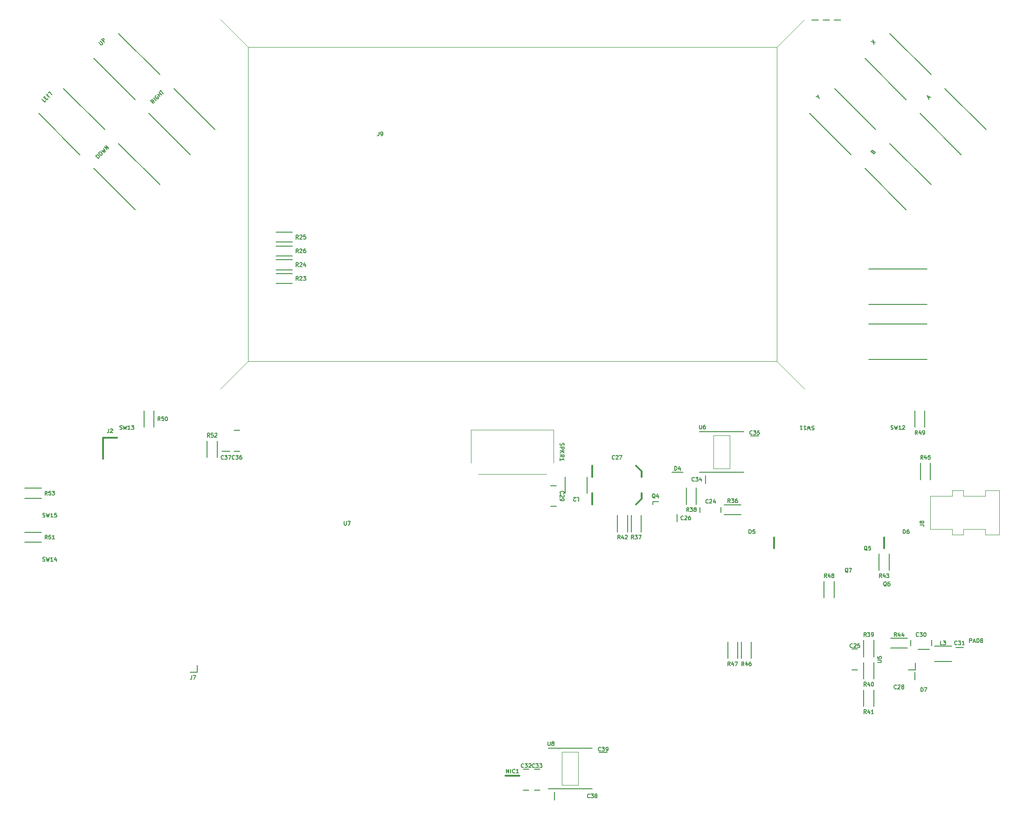
<source format=gto>
G04 #@! TF.GenerationSoftware,KiCad,Pcbnew,7.0.8*
G04 #@! TF.CreationDate,2023-11-01T09:31:03+09:00*
G04 #@! TF.ProjectId,a5d27_handheld_console_pcb,61356432-375f-4686-916e-6468656c645f,rev?*
G04 #@! TF.SameCoordinates,Original*
G04 #@! TF.FileFunction,Legend,Top*
G04 #@! TF.FilePolarity,Positive*
%FSLAX46Y46*%
G04 Gerber Fmt 4.6, Leading zero omitted, Abs format (unit mm)*
G04 Created by KiCad (PCBNEW 7.0.8) date 2023-11-01 09:31:03*
%MOMM*%
%LPD*%
G01*
G04 APERTURE LIST*
G04 Aperture macros list*
%AMRotRect*
0 Rectangle, with rotation*
0 The origin of the aperture is its center*
0 $1 length*
0 $2 width*
0 $3 Rotation angle, in degrees counterclockwise*
0 Add horizontal line*
21,1,$1,$2,0,0,$3*%
G04 Aperture macros list end*
%ADD10C,0.175000*%
%ADD11C,0.200000*%
%ADD12C,0.100000*%
%ADD13C,0.300000*%
%ADD14R,1.200000X1.200000*%
%ADD15R,0.300000X1.000000*%
%ADD16R,0.300000X1.500000*%
%ADD17R,2.500000X3.000000*%
%ADD18R,3.000000X1.500000*%
%ADD19C,2.200000*%
%ADD20C,0.700000*%
%ADD21R,1.400000X1.050000*%
%ADD22RotRect,1.400000X2.100000X45.000000*%
%ADD23R,0.900000X0.800000*%
%ADD24R,2.100000X1.400000*%
%ADD25R,1.600000X1.800000*%
%ADD26R,3.500000X1.600000*%
%ADD27R,0.670000X0.300000*%
%ADD28R,1.800000X1.600000*%
%ADD29R,2.500000X1.700000*%
%ADD30R,1.200000X2.700000*%
%ADD31R,2.000000X3.000000*%
%ADD32R,2.300000X1.000000*%
%ADD33R,2.300000X3.300000*%
%ADD34R,1.050000X1.400000*%
%ADD35R,0.800000X0.900000*%
%ADD36C,1.800000*%
%ADD37R,2.000000X0.500000*%
%ADD38R,1.500000X3.000000*%
%ADD39R,1.100000X2.000000*%
%ADD40R,0.600000X0.522000*%
%ADD41C,1.524000*%
%ADD42R,2.000000X0.900000*%
%ADD43R,0.700000X0.700000*%
%ADD44C,3.000000*%
%ADD45C,3.500000*%
%ADD46C,3.200000*%
%ADD47C,0.900000*%
G04 APERTURE END LIST*
D10*
X109229999Y-169454733D02*
X108996666Y-169121400D01*
X108829999Y-169454733D02*
X108829999Y-168754733D01*
X108829999Y-168754733D02*
X109096666Y-168754733D01*
X109096666Y-168754733D02*
X109163333Y-168788066D01*
X109163333Y-168788066D02*
X109196666Y-168821400D01*
X109196666Y-168821400D02*
X109229999Y-168888066D01*
X109229999Y-168888066D02*
X109229999Y-168988066D01*
X109229999Y-168988066D02*
X109196666Y-169054733D01*
X109196666Y-169054733D02*
X109163333Y-169088066D01*
X109163333Y-169088066D02*
X109096666Y-169121400D01*
X109096666Y-169121400D02*
X108829999Y-169121400D01*
X109496666Y-168821400D02*
X109529999Y-168788066D01*
X109529999Y-168788066D02*
X109596666Y-168754733D01*
X109596666Y-168754733D02*
X109763333Y-168754733D01*
X109763333Y-168754733D02*
X109829999Y-168788066D01*
X109829999Y-168788066D02*
X109863333Y-168821400D01*
X109863333Y-168821400D02*
X109896666Y-168888066D01*
X109896666Y-168888066D02*
X109896666Y-168954733D01*
X109896666Y-168954733D02*
X109863333Y-169054733D01*
X109863333Y-169054733D02*
X109463333Y-169454733D01*
X109463333Y-169454733D02*
X109896666Y-169454733D01*
X110496666Y-168754733D02*
X110363333Y-168754733D01*
X110363333Y-168754733D02*
X110296666Y-168788066D01*
X110296666Y-168788066D02*
X110263333Y-168821400D01*
X110263333Y-168821400D02*
X110196666Y-168921400D01*
X110196666Y-168921400D02*
X110163333Y-169054733D01*
X110163333Y-169054733D02*
X110163333Y-169321400D01*
X110163333Y-169321400D02*
X110196666Y-169388066D01*
X110196666Y-169388066D02*
X110230000Y-169421400D01*
X110230000Y-169421400D02*
X110296666Y-169454733D01*
X110296666Y-169454733D02*
X110430000Y-169454733D01*
X110430000Y-169454733D02*
X110496666Y-169421400D01*
X110496666Y-169421400D02*
X110530000Y-169388066D01*
X110530000Y-169388066D02*
X110563333Y-169321400D01*
X110563333Y-169321400D02*
X110563333Y-169154733D01*
X110563333Y-169154733D02*
X110530000Y-169088066D01*
X110530000Y-169088066D02*
X110496666Y-169054733D01*
X110496666Y-169054733D02*
X110430000Y-169021400D01*
X110430000Y-169021400D02*
X110296666Y-169021400D01*
X110296666Y-169021400D02*
X110230000Y-169054733D01*
X110230000Y-169054733D02*
X110196666Y-169088066D01*
X110196666Y-169088066D02*
X110163333Y-169154733D01*
X123846666Y-147504733D02*
X123846666Y-148004733D01*
X123846666Y-148004733D02*
X123813333Y-148104733D01*
X123813333Y-148104733D02*
X123746666Y-148171400D01*
X123746666Y-148171400D02*
X123646666Y-148204733D01*
X123646666Y-148204733D02*
X123580000Y-148204733D01*
X124213333Y-148204733D02*
X124346666Y-148204733D01*
X124346666Y-148204733D02*
X124413333Y-148171400D01*
X124413333Y-148171400D02*
X124446666Y-148138066D01*
X124446666Y-148138066D02*
X124513333Y-148038066D01*
X124513333Y-148038066D02*
X124546666Y-147904733D01*
X124546666Y-147904733D02*
X124546666Y-147638066D01*
X124546666Y-147638066D02*
X124513333Y-147571400D01*
X124513333Y-147571400D02*
X124479999Y-147538066D01*
X124479999Y-147538066D02*
X124413333Y-147504733D01*
X124413333Y-147504733D02*
X124279999Y-147504733D01*
X124279999Y-147504733D02*
X124213333Y-147538066D01*
X124213333Y-147538066D02*
X124179999Y-147571400D01*
X124179999Y-147571400D02*
X124146666Y-147638066D01*
X124146666Y-147638066D02*
X124146666Y-147804733D01*
X124146666Y-147804733D02*
X124179999Y-147871400D01*
X124179999Y-147871400D02*
X124213333Y-147904733D01*
X124213333Y-147904733D02*
X124279999Y-147938066D01*
X124279999Y-147938066D02*
X124413333Y-147938066D01*
X124413333Y-147938066D02*
X124479999Y-147904733D01*
X124479999Y-147904733D02*
X124513333Y-147871400D01*
X124513333Y-147871400D02*
X124546666Y-147804733D01*
X74806666Y-201444733D02*
X74806666Y-201944733D01*
X74806666Y-201944733D02*
X74773333Y-202044733D01*
X74773333Y-202044733D02*
X74706666Y-202111400D01*
X74706666Y-202111400D02*
X74606666Y-202144733D01*
X74606666Y-202144733D02*
X74540000Y-202144733D01*
X75106666Y-201511400D02*
X75139999Y-201478066D01*
X75139999Y-201478066D02*
X75206666Y-201444733D01*
X75206666Y-201444733D02*
X75373333Y-201444733D01*
X75373333Y-201444733D02*
X75439999Y-201478066D01*
X75439999Y-201478066D02*
X75473333Y-201511400D01*
X75473333Y-201511400D02*
X75506666Y-201578066D01*
X75506666Y-201578066D02*
X75506666Y-201644733D01*
X75506666Y-201644733D02*
X75473333Y-201744733D01*
X75473333Y-201744733D02*
X75073333Y-202144733D01*
X75073333Y-202144733D02*
X75506666Y-202144733D01*
X109229999Y-171954733D02*
X108996666Y-171621400D01*
X108829999Y-171954733D02*
X108829999Y-171254733D01*
X108829999Y-171254733D02*
X109096666Y-171254733D01*
X109096666Y-171254733D02*
X109163333Y-171288066D01*
X109163333Y-171288066D02*
X109196666Y-171321400D01*
X109196666Y-171321400D02*
X109229999Y-171388066D01*
X109229999Y-171388066D02*
X109229999Y-171488066D01*
X109229999Y-171488066D02*
X109196666Y-171554733D01*
X109196666Y-171554733D02*
X109163333Y-171588066D01*
X109163333Y-171588066D02*
X109096666Y-171621400D01*
X109096666Y-171621400D02*
X108829999Y-171621400D01*
X109496666Y-171321400D02*
X109529999Y-171288066D01*
X109529999Y-171288066D02*
X109596666Y-171254733D01*
X109596666Y-171254733D02*
X109763333Y-171254733D01*
X109763333Y-171254733D02*
X109829999Y-171288066D01*
X109829999Y-171288066D02*
X109863333Y-171321400D01*
X109863333Y-171321400D02*
X109896666Y-171388066D01*
X109896666Y-171388066D02*
X109896666Y-171454733D01*
X109896666Y-171454733D02*
X109863333Y-171554733D01*
X109863333Y-171554733D02*
X109463333Y-171954733D01*
X109463333Y-171954733D02*
X109896666Y-171954733D01*
X110496666Y-171488066D02*
X110496666Y-171954733D01*
X110330000Y-171221400D02*
X110163333Y-171721400D01*
X110163333Y-171721400D02*
X110596666Y-171721400D01*
X156831933Y-213189999D02*
X156798600Y-213156666D01*
X156798600Y-213156666D02*
X156765266Y-213056666D01*
X156765266Y-213056666D02*
X156765266Y-212989999D01*
X156765266Y-212989999D02*
X156798600Y-212889999D01*
X156798600Y-212889999D02*
X156865266Y-212823333D01*
X156865266Y-212823333D02*
X156931933Y-212789999D01*
X156931933Y-212789999D02*
X157065266Y-212756666D01*
X157065266Y-212756666D02*
X157165266Y-212756666D01*
X157165266Y-212756666D02*
X157298600Y-212789999D01*
X157298600Y-212789999D02*
X157365266Y-212823333D01*
X157365266Y-212823333D02*
X157431933Y-212889999D01*
X157431933Y-212889999D02*
X157465266Y-212989999D01*
X157465266Y-212989999D02*
X157465266Y-213056666D01*
X157465266Y-213056666D02*
X157431933Y-213156666D01*
X157431933Y-213156666D02*
X157398600Y-213189999D01*
X157398600Y-213456666D02*
X157431933Y-213489999D01*
X157431933Y-213489999D02*
X157465266Y-213556666D01*
X157465266Y-213556666D02*
X157465266Y-213723333D01*
X157465266Y-213723333D02*
X157431933Y-213789999D01*
X157431933Y-213789999D02*
X157398600Y-213823333D01*
X157398600Y-213823333D02*
X157331933Y-213856666D01*
X157331933Y-213856666D02*
X157265266Y-213856666D01*
X157265266Y-213856666D02*
X157165266Y-213823333D01*
X157165266Y-213823333D02*
X156765266Y-213423333D01*
X156765266Y-213423333D02*
X156765266Y-213856666D01*
X156765266Y-214190000D02*
X156765266Y-214323333D01*
X156765266Y-214323333D02*
X156798600Y-214390000D01*
X156798600Y-214390000D02*
X156831933Y-214423333D01*
X156831933Y-214423333D02*
X156931933Y-214490000D01*
X156931933Y-214490000D02*
X157065266Y-214523333D01*
X157065266Y-214523333D02*
X157331933Y-214523333D01*
X157331933Y-214523333D02*
X157398600Y-214490000D01*
X157398600Y-214490000D02*
X157431933Y-214456666D01*
X157431933Y-214456666D02*
X157465266Y-214390000D01*
X157465266Y-214390000D02*
X157465266Y-214256666D01*
X157465266Y-214256666D02*
X157431933Y-214190000D01*
X157431933Y-214190000D02*
X157398600Y-214156666D01*
X157398600Y-214156666D02*
X157331933Y-214123333D01*
X157331933Y-214123333D02*
X157165266Y-214123333D01*
X157165266Y-214123333D02*
X157098600Y-214156666D01*
X157098600Y-214156666D02*
X157065266Y-214190000D01*
X157065266Y-214190000D02*
X157031933Y-214256666D01*
X157031933Y-214256666D02*
X157031933Y-214390000D01*
X157031933Y-214390000D02*
X157065266Y-214456666D01*
X157065266Y-214456666D02*
X157098600Y-214490000D01*
X157098600Y-214490000D02*
X157165266Y-214523333D01*
X76813333Y-201521400D02*
X76913333Y-201554733D01*
X76913333Y-201554733D02*
X77080000Y-201554733D01*
X77080000Y-201554733D02*
X77146666Y-201521400D01*
X77146666Y-201521400D02*
X77180000Y-201488066D01*
X77180000Y-201488066D02*
X77213333Y-201421400D01*
X77213333Y-201421400D02*
X77213333Y-201354733D01*
X77213333Y-201354733D02*
X77180000Y-201288066D01*
X77180000Y-201288066D02*
X77146666Y-201254733D01*
X77146666Y-201254733D02*
X77080000Y-201221400D01*
X77080000Y-201221400D02*
X76946666Y-201188066D01*
X76946666Y-201188066D02*
X76880000Y-201154733D01*
X76880000Y-201154733D02*
X76846666Y-201121400D01*
X76846666Y-201121400D02*
X76813333Y-201054733D01*
X76813333Y-201054733D02*
X76813333Y-200988066D01*
X76813333Y-200988066D02*
X76846666Y-200921400D01*
X76846666Y-200921400D02*
X76880000Y-200888066D01*
X76880000Y-200888066D02*
X76946666Y-200854733D01*
X76946666Y-200854733D02*
X77113333Y-200854733D01*
X77113333Y-200854733D02*
X77213333Y-200888066D01*
X77446667Y-200854733D02*
X77613333Y-201554733D01*
X77613333Y-201554733D02*
X77746667Y-201054733D01*
X77746667Y-201054733D02*
X77880000Y-201554733D01*
X77880000Y-201554733D02*
X78046667Y-200854733D01*
X78680000Y-201554733D02*
X78280000Y-201554733D01*
X78480000Y-201554733D02*
X78480000Y-200854733D01*
X78480000Y-200854733D02*
X78413333Y-200954733D01*
X78413333Y-200954733D02*
X78346667Y-201021400D01*
X78346667Y-201021400D02*
X78280000Y-201054733D01*
X78913334Y-200854733D02*
X79346667Y-200854733D01*
X79346667Y-200854733D02*
X79113334Y-201121400D01*
X79113334Y-201121400D02*
X79213334Y-201121400D01*
X79213334Y-201121400D02*
X79280000Y-201154733D01*
X79280000Y-201154733D02*
X79313334Y-201188066D01*
X79313334Y-201188066D02*
X79346667Y-201254733D01*
X79346667Y-201254733D02*
X79346667Y-201421400D01*
X79346667Y-201421400D02*
X79313334Y-201488066D01*
X79313334Y-201488066D02*
X79280000Y-201521400D01*
X79280000Y-201521400D02*
X79213334Y-201554733D01*
X79213334Y-201554733D02*
X79013334Y-201554733D01*
X79013334Y-201554733D02*
X78946667Y-201521400D01*
X78946667Y-201521400D02*
X78913334Y-201488066D01*
X203612074Y-141172074D02*
X203847777Y-141407777D01*
X203187810Y-141077793D02*
X203612074Y-141172074D01*
X203612074Y-141172074D02*
X203517793Y-140747810D01*
X209013333Y-227521400D02*
X208946666Y-227488066D01*
X208946666Y-227488066D02*
X208880000Y-227421400D01*
X208880000Y-227421400D02*
X208780000Y-227321400D01*
X208780000Y-227321400D02*
X208713333Y-227288066D01*
X208713333Y-227288066D02*
X208646666Y-227288066D01*
X208680000Y-227454733D02*
X208613333Y-227421400D01*
X208613333Y-227421400D02*
X208546666Y-227354733D01*
X208546666Y-227354733D02*
X208513333Y-227221400D01*
X208513333Y-227221400D02*
X208513333Y-226988066D01*
X208513333Y-226988066D02*
X208546666Y-226854733D01*
X208546666Y-226854733D02*
X208613333Y-226788066D01*
X208613333Y-226788066D02*
X208680000Y-226754733D01*
X208680000Y-226754733D02*
X208813333Y-226754733D01*
X208813333Y-226754733D02*
X208880000Y-226788066D01*
X208880000Y-226788066D02*
X208946666Y-226854733D01*
X208946666Y-226854733D02*
X208980000Y-226988066D01*
X208980000Y-226988066D02*
X208980000Y-227221400D01*
X208980000Y-227221400D02*
X208946666Y-227354733D01*
X208946666Y-227354733D02*
X208880000Y-227421400D01*
X208880000Y-227421400D02*
X208813333Y-227454733D01*
X208813333Y-227454733D02*
X208680000Y-227454733D01*
X209213333Y-226754733D02*
X209679999Y-226754733D01*
X209679999Y-226754733D02*
X209379999Y-227454733D01*
X164129999Y-259888066D02*
X164096666Y-259921400D01*
X164096666Y-259921400D02*
X163996666Y-259954733D01*
X163996666Y-259954733D02*
X163929999Y-259954733D01*
X163929999Y-259954733D02*
X163829999Y-259921400D01*
X163829999Y-259921400D02*
X163763333Y-259854733D01*
X163763333Y-259854733D02*
X163729999Y-259788066D01*
X163729999Y-259788066D02*
X163696666Y-259654733D01*
X163696666Y-259654733D02*
X163696666Y-259554733D01*
X163696666Y-259554733D02*
X163729999Y-259421400D01*
X163729999Y-259421400D02*
X163763333Y-259354733D01*
X163763333Y-259354733D02*
X163829999Y-259288066D01*
X163829999Y-259288066D02*
X163929999Y-259254733D01*
X163929999Y-259254733D02*
X163996666Y-259254733D01*
X163996666Y-259254733D02*
X164096666Y-259288066D01*
X164096666Y-259288066D02*
X164129999Y-259321400D01*
X164363333Y-259254733D02*
X164796666Y-259254733D01*
X164796666Y-259254733D02*
X164563333Y-259521400D01*
X164563333Y-259521400D02*
X164663333Y-259521400D01*
X164663333Y-259521400D02*
X164729999Y-259554733D01*
X164729999Y-259554733D02*
X164763333Y-259588066D01*
X164763333Y-259588066D02*
X164796666Y-259654733D01*
X164796666Y-259654733D02*
X164796666Y-259821400D01*
X164796666Y-259821400D02*
X164763333Y-259888066D01*
X164763333Y-259888066D02*
X164729999Y-259921400D01*
X164729999Y-259921400D02*
X164663333Y-259954733D01*
X164663333Y-259954733D02*
X164463333Y-259954733D01*
X164463333Y-259954733D02*
X164396666Y-259921400D01*
X164396666Y-259921400D02*
X164363333Y-259888066D01*
X165130000Y-259954733D02*
X165263333Y-259954733D01*
X165263333Y-259954733D02*
X165330000Y-259921400D01*
X165330000Y-259921400D02*
X165363333Y-259888066D01*
X165363333Y-259888066D02*
X165430000Y-259788066D01*
X165430000Y-259788066D02*
X165463333Y-259654733D01*
X165463333Y-259654733D02*
X165463333Y-259388066D01*
X165463333Y-259388066D02*
X165430000Y-259321400D01*
X165430000Y-259321400D02*
X165396666Y-259288066D01*
X165396666Y-259288066D02*
X165330000Y-259254733D01*
X165330000Y-259254733D02*
X165196666Y-259254733D01*
X165196666Y-259254733D02*
X165130000Y-259288066D01*
X165130000Y-259288066D02*
X165096666Y-259321400D01*
X165096666Y-259321400D02*
X165063333Y-259388066D01*
X165063333Y-259388066D02*
X165063333Y-259554733D01*
X165063333Y-259554733D02*
X165096666Y-259621400D01*
X165096666Y-259621400D02*
X165130000Y-259654733D01*
X165130000Y-259654733D02*
X165196666Y-259688066D01*
X165196666Y-259688066D02*
X165330000Y-259688066D01*
X165330000Y-259688066D02*
X165396666Y-259654733D01*
X165396666Y-259654733D02*
X165430000Y-259621400D01*
X165430000Y-259621400D02*
X165463333Y-259554733D01*
X166629999Y-206888066D02*
X166596666Y-206921400D01*
X166596666Y-206921400D02*
X166496666Y-206954733D01*
X166496666Y-206954733D02*
X166429999Y-206954733D01*
X166429999Y-206954733D02*
X166329999Y-206921400D01*
X166329999Y-206921400D02*
X166263333Y-206854733D01*
X166263333Y-206854733D02*
X166229999Y-206788066D01*
X166229999Y-206788066D02*
X166196666Y-206654733D01*
X166196666Y-206654733D02*
X166196666Y-206554733D01*
X166196666Y-206554733D02*
X166229999Y-206421400D01*
X166229999Y-206421400D02*
X166263333Y-206354733D01*
X166263333Y-206354733D02*
X166329999Y-206288066D01*
X166329999Y-206288066D02*
X166429999Y-206254733D01*
X166429999Y-206254733D02*
X166496666Y-206254733D01*
X166496666Y-206254733D02*
X166596666Y-206288066D01*
X166596666Y-206288066D02*
X166629999Y-206321400D01*
X166896666Y-206321400D02*
X166929999Y-206288066D01*
X166929999Y-206288066D02*
X166996666Y-206254733D01*
X166996666Y-206254733D02*
X167163333Y-206254733D01*
X167163333Y-206254733D02*
X167229999Y-206288066D01*
X167229999Y-206288066D02*
X167263333Y-206321400D01*
X167263333Y-206321400D02*
X167296666Y-206388066D01*
X167296666Y-206388066D02*
X167296666Y-206454733D01*
X167296666Y-206454733D02*
X167263333Y-206554733D01*
X167263333Y-206554733D02*
X166863333Y-206954733D01*
X166863333Y-206954733D02*
X167296666Y-206954733D01*
X167530000Y-206254733D02*
X167996666Y-206254733D01*
X167996666Y-206254733D02*
X167696666Y-206954733D01*
X217829999Y-239154733D02*
X217596666Y-238821400D01*
X217429999Y-239154733D02*
X217429999Y-238454733D01*
X217429999Y-238454733D02*
X217696666Y-238454733D01*
X217696666Y-238454733D02*
X217763333Y-238488066D01*
X217763333Y-238488066D02*
X217796666Y-238521400D01*
X217796666Y-238521400D02*
X217829999Y-238588066D01*
X217829999Y-238588066D02*
X217829999Y-238688066D01*
X217829999Y-238688066D02*
X217796666Y-238754733D01*
X217796666Y-238754733D02*
X217763333Y-238788066D01*
X217763333Y-238788066D02*
X217696666Y-238821400D01*
X217696666Y-238821400D02*
X217429999Y-238821400D01*
X218429999Y-238688066D02*
X218429999Y-239154733D01*
X218263333Y-238421400D02*
X218096666Y-238921400D01*
X218096666Y-238921400D02*
X218529999Y-238921400D01*
X219096666Y-238688066D02*
X219096666Y-239154733D01*
X218930000Y-238421400D02*
X218763333Y-238921400D01*
X218763333Y-238921400D02*
X219196666Y-238921400D01*
X174013333Y-214021400D02*
X173946666Y-213988066D01*
X173946666Y-213988066D02*
X173880000Y-213921400D01*
X173880000Y-213921400D02*
X173780000Y-213821400D01*
X173780000Y-213821400D02*
X173713333Y-213788066D01*
X173713333Y-213788066D02*
X173646666Y-213788066D01*
X173680000Y-213954733D02*
X173613333Y-213921400D01*
X173613333Y-213921400D02*
X173546666Y-213854733D01*
X173546666Y-213854733D02*
X173513333Y-213721400D01*
X173513333Y-213721400D02*
X173513333Y-213488066D01*
X173513333Y-213488066D02*
X173546666Y-213354733D01*
X173546666Y-213354733D02*
X173613333Y-213288066D01*
X173613333Y-213288066D02*
X173680000Y-213254733D01*
X173680000Y-213254733D02*
X173813333Y-213254733D01*
X173813333Y-213254733D02*
X173880000Y-213288066D01*
X173880000Y-213288066D02*
X173946666Y-213354733D01*
X173946666Y-213354733D02*
X173980000Y-213488066D01*
X173980000Y-213488066D02*
X173980000Y-213721400D01*
X173980000Y-213721400D02*
X173946666Y-213854733D01*
X173946666Y-213854733D02*
X173880000Y-213921400D01*
X173880000Y-213921400D02*
X173813333Y-213954733D01*
X173813333Y-213954733D02*
X173680000Y-213954733D01*
X174579999Y-213488066D02*
X174579999Y-213954733D01*
X174413333Y-213221400D02*
X174246666Y-213721400D01*
X174246666Y-213721400D02*
X174679999Y-213721400D01*
X217829999Y-248588066D02*
X217796666Y-248621400D01*
X217796666Y-248621400D02*
X217696666Y-248654733D01*
X217696666Y-248654733D02*
X217629999Y-248654733D01*
X217629999Y-248654733D02*
X217529999Y-248621400D01*
X217529999Y-248621400D02*
X217463333Y-248554733D01*
X217463333Y-248554733D02*
X217429999Y-248488066D01*
X217429999Y-248488066D02*
X217396666Y-248354733D01*
X217396666Y-248354733D02*
X217396666Y-248254733D01*
X217396666Y-248254733D02*
X217429999Y-248121400D01*
X217429999Y-248121400D02*
X217463333Y-248054733D01*
X217463333Y-248054733D02*
X217529999Y-247988066D01*
X217529999Y-247988066D02*
X217629999Y-247954733D01*
X217629999Y-247954733D02*
X217696666Y-247954733D01*
X217696666Y-247954733D02*
X217796666Y-247988066D01*
X217796666Y-247988066D02*
X217829999Y-248021400D01*
X218096666Y-248021400D02*
X218129999Y-247988066D01*
X218129999Y-247988066D02*
X218196666Y-247954733D01*
X218196666Y-247954733D02*
X218363333Y-247954733D01*
X218363333Y-247954733D02*
X218429999Y-247988066D01*
X218429999Y-247988066D02*
X218463333Y-248021400D01*
X218463333Y-248021400D02*
X218496666Y-248088066D01*
X218496666Y-248088066D02*
X218496666Y-248154733D01*
X218496666Y-248154733D02*
X218463333Y-248254733D01*
X218463333Y-248254733D02*
X218063333Y-248654733D01*
X218063333Y-248654733D02*
X218496666Y-248654733D01*
X218896666Y-248254733D02*
X218830000Y-248221400D01*
X218830000Y-248221400D02*
X218796666Y-248188066D01*
X218796666Y-248188066D02*
X218763333Y-248121400D01*
X218763333Y-248121400D02*
X218763333Y-248088066D01*
X218763333Y-248088066D02*
X218796666Y-248021400D01*
X218796666Y-248021400D02*
X218830000Y-247988066D01*
X218830000Y-247988066D02*
X218896666Y-247954733D01*
X218896666Y-247954733D02*
X219030000Y-247954733D01*
X219030000Y-247954733D02*
X219096666Y-247988066D01*
X219096666Y-247988066D02*
X219130000Y-248021400D01*
X219130000Y-248021400D02*
X219163333Y-248088066D01*
X219163333Y-248088066D02*
X219163333Y-248121400D01*
X219163333Y-248121400D02*
X219130000Y-248188066D01*
X219130000Y-248188066D02*
X219096666Y-248221400D01*
X219096666Y-248221400D02*
X219030000Y-248254733D01*
X219030000Y-248254733D02*
X218896666Y-248254733D01*
X218896666Y-248254733D02*
X218830000Y-248288066D01*
X218830000Y-248288066D02*
X218796666Y-248321400D01*
X218796666Y-248321400D02*
X218763333Y-248388066D01*
X218763333Y-248388066D02*
X218763333Y-248521400D01*
X218763333Y-248521400D02*
X218796666Y-248588066D01*
X218796666Y-248588066D02*
X218830000Y-248621400D01*
X218830000Y-248621400D02*
X218896666Y-248654733D01*
X218896666Y-248654733D02*
X219030000Y-248654733D01*
X219030000Y-248654733D02*
X219096666Y-248621400D01*
X219096666Y-248621400D02*
X219130000Y-248588066D01*
X219130000Y-248588066D02*
X219163333Y-248521400D01*
X219163333Y-248521400D02*
X219163333Y-248388066D01*
X219163333Y-248388066D02*
X219130000Y-248321400D01*
X219130000Y-248321400D02*
X219096666Y-248288066D01*
X219096666Y-248288066D02*
X219030000Y-248254733D01*
X219063333Y-220454733D02*
X219063333Y-219754733D01*
X219063333Y-219754733D02*
X219230000Y-219754733D01*
X219230000Y-219754733D02*
X219330000Y-219788066D01*
X219330000Y-219788066D02*
X219396667Y-219854733D01*
X219396667Y-219854733D02*
X219430000Y-219921400D01*
X219430000Y-219921400D02*
X219463333Y-220054733D01*
X219463333Y-220054733D02*
X219463333Y-220154733D01*
X219463333Y-220154733D02*
X219430000Y-220288066D01*
X219430000Y-220288066D02*
X219396667Y-220354733D01*
X219396667Y-220354733D02*
X219330000Y-220421400D01*
X219330000Y-220421400D02*
X219230000Y-220454733D01*
X219230000Y-220454733D02*
X219063333Y-220454733D01*
X220063333Y-219754733D02*
X219930000Y-219754733D01*
X219930000Y-219754733D02*
X219863333Y-219788066D01*
X219863333Y-219788066D02*
X219830000Y-219821400D01*
X219830000Y-219821400D02*
X219763333Y-219921400D01*
X219763333Y-219921400D02*
X219730000Y-220054733D01*
X219730000Y-220054733D02*
X219730000Y-220321400D01*
X219730000Y-220321400D02*
X219763333Y-220388066D01*
X219763333Y-220388066D02*
X219796667Y-220421400D01*
X219796667Y-220421400D02*
X219863333Y-220454733D01*
X219863333Y-220454733D02*
X219996667Y-220454733D01*
X219996667Y-220454733D02*
X220063333Y-220421400D01*
X220063333Y-220421400D02*
X220096667Y-220388066D01*
X220096667Y-220388066D02*
X220130000Y-220321400D01*
X220130000Y-220321400D02*
X220130000Y-220154733D01*
X220130000Y-220154733D02*
X220096667Y-220088066D01*
X220096667Y-220088066D02*
X220063333Y-220054733D01*
X220063333Y-220054733D02*
X219996667Y-220021400D01*
X219996667Y-220021400D02*
X219863333Y-220021400D01*
X219863333Y-220021400D02*
X219796667Y-220054733D01*
X219796667Y-220054733D02*
X219763333Y-220088066D01*
X219763333Y-220088066D02*
X219730000Y-220154733D01*
X159796667Y-213865266D02*
X160130000Y-213865266D01*
X160130000Y-213865266D02*
X160130000Y-214565266D01*
X159596666Y-214498600D02*
X159563333Y-214531933D01*
X159563333Y-214531933D02*
X159496666Y-214565266D01*
X159496666Y-214565266D02*
X159330000Y-214565266D01*
X159330000Y-214565266D02*
X159263333Y-214531933D01*
X159263333Y-214531933D02*
X159230000Y-214498600D01*
X159230000Y-214498600D02*
X159196666Y-214431933D01*
X159196666Y-214431933D02*
X159196666Y-214365266D01*
X159196666Y-214365266D02*
X159230000Y-214265266D01*
X159230000Y-214265266D02*
X159630000Y-213865266D01*
X159630000Y-213865266D02*
X159196666Y-213865266D01*
X152129999Y-262888066D02*
X152096666Y-262921400D01*
X152096666Y-262921400D02*
X151996666Y-262954733D01*
X151996666Y-262954733D02*
X151929999Y-262954733D01*
X151929999Y-262954733D02*
X151829999Y-262921400D01*
X151829999Y-262921400D02*
X151763333Y-262854733D01*
X151763333Y-262854733D02*
X151729999Y-262788066D01*
X151729999Y-262788066D02*
X151696666Y-262654733D01*
X151696666Y-262654733D02*
X151696666Y-262554733D01*
X151696666Y-262554733D02*
X151729999Y-262421400D01*
X151729999Y-262421400D02*
X151763333Y-262354733D01*
X151763333Y-262354733D02*
X151829999Y-262288066D01*
X151829999Y-262288066D02*
X151929999Y-262254733D01*
X151929999Y-262254733D02*
X151996666Y-262254733D01*
X151996666Y-262254733D02*
X152096666Y-262288066D01*
X152096666Y-262288066D02*
X152129999Y-262321400D01*
X152363333Y-262254733D02*
X152796666Y-262254733D01*
X152796666Y-262254733D02*
X152563333Y-262521400D01*
X152563333Y-262521400D02*
X152663333Y-262521400D01*
X152663333Y-262521400D02*
X152729999Y-262554733D01*
X152729999Y-262554733D02*
X152763333Y-262588066D01*
X152763333Y-262588066D02*
X152796666Y-262654733D01*
X152796666Y-262654733D02*
X152796666Y-262821400D01*
X152796666Y-262821400D02*
X152763333Y-262888066D01*
X152763333Y-262888066D02*
X152729999Y-262921400D01*
X152729999Y-262921400D02*
X152663333Y-262954733D01*
X152663333Y-262954733D02*
X152463333Y-262954733D01*
X152463333Y-262954733D02*
X152396666Y-262921400D01*
X152396666Y-262921400D02*
X152363333Y-262888066D01*
X153030000Y-262254733D02*
X153463333Y-262254733D01*
X153463333Y-262254733D02*
X153230000Y-262521400D01*
X153230000Y-262521400D02*
X153330000Y-262521400D01*
X153330000Y-262521400D02*
X153396666Y-262554733D01*
X153396666Y-262554733D02*
X153430000Y-262588066D01*
X153430000Y-262588066D02*
X153463333Y-262654733D01*
X153463333Y-262654733D02*
X153463333Y-262821400D01*
X153463333Y-262821400D02*
X153430000Y-262888066D01*
X153430000Y-262888066D02*
X153396666Y-262921400D01*
X153396666Y-262921400D02*
X153330000Y-262954733D01*
X153330000Y-262954733D02*
X153130000Y-262954733D01*
X153130000Y-262954733D02*
X153063333Y-262921400D01*
X153063333Y-262921400D02*
X153030000Y-262888066D01*
X177563333Y-208954733D02*
X177563333Y-208254733D01*
X177563333Y-208254733D02*
X177730000Y-208254733D01*
X177730000Y-208254733D02*
X177830000Y-208288066D01*
X177830000Y-208288066D02*
X177896667Y-208354733D01*
X177896667Y-208354733D02*
X177930000Y-208421400D01*
X177930000Y-208421400D02*
X177963333Y-208554733D01*
X177963333Y-208554733D02*
X177963333Y-208654733D01*
X177963333Y-208654733D02*
X177930000Y-208788066D01*
X177930000Y-208788066D02*
X177896667Y-208854733D01*
X177896667Y-208854733D02*
X177830000Y-208921400D01*
X177830000Y-208921400D02*
X177730000Y-208954733D01*
X177730000Y-208954733D02*
X177563333Y-208954733D01*
X178563333Y-208488066D02*
X178563333Y-208954733D01*
X178396667Y-208221400D02*
X178230000Y-208721400D01*
X178230000Y-208721400D02*
X178663333Y-208721400D01*
X222094733Y-218873333D02*
X222594733Y-218873333D01*
X222594733Y-218873333D02*
X222694733Y-218906666D01*
X222694733Y-218906666D02*
X222761400Y-218973333D01*
X222761400Y-218973333D02*
X222794733Y-219073333D01*
X222794733Y-219073333D02*
X222794733Y-219140000D01*
X222394733Y-218440000D02*
X222361400Y-218506667D01*
X222361400Y-218506667D02*
X222328066Y-218540000D01*
X222328066Y-218540000D02*
X222261400Y-218573333D01*
X222261400Y-218573333D02*
X222228066Y-218573333D01*
X222228066Y-218573333D02*
X222161400Y-218540000D01*
X222161400Y-218540000D02*
X222128066Y-218506667D01*
X222128066Y-218506667D02*
X222094733Y-218440000D01*
X222094733Y-218440000D02*
X222094733Y-218306667D01*
X222094733Y-218306667D02*
X222128066Y-218240000D01*
X222128066Y-218240000D02*
X222161400Y-218206667D01*
X222161400Y-218206667D02*
X222228066Y-218173333D01*
X222228066Y-218173333D02*
X222261400Y-218173333D01*
X222261400Y-218173333D02*
X222328066Y-218206667D01*
X222328066Y-218206667D02*
X222361400Y-218240000D01*
X222361400Y-218240000D02*
X222394733Y-218306667D01*
X222394733Y-218306667D02*
X222394733Y-218440000D01*
X222394733Y-218440000D02*
X222428066Y-218506667D01*
X222428066Y-218506667D02*
X222461400Y-218540000D01*
X222461400Y-218540000D02*
X222528066Y-218573333D01*
X222528066Y-218573333D02*
X222661400Y-218573333D01*
X222661400Y-218573333D02*
X222728066Y-218540000D01*
X222728066Y-218540000D02*
X222761400Y-218506667D01*
X222761400Y-218506667D02*
X222794733Y-218440000D01*
X222794733Y-218440000D02*
X222794733Y-218306667D01*
X222794733Y-218306667D02*
X222761400Y-218240000D01*
X222761400Y-218240000D02*
X222728066Y-218206667D01*
X222728066Y-218206667D02*
X222661400Y-218173333D01*
X222661400Y-218173333D02*
X222528066Y-218173333D01*
X222528066Y-218173333D02*
X222461400Y-218206667D01*
X222461400Y-218206667D02*
X222428066Y-218240000D01*
X222428066Y-218240000D02*
X222394733Y-218306667D01*
X72963894Y-131301710D02*
X73364587Y-131702404D01*
X73364587Y-131702404D02*
X73435298Y-131725974D01*
X73435298Y-131725974D02*
X73482439Y-131725974D01*
X73482439Y-131725974D02*
X73553149Y-131702404D01*
X73553149Y-131702404D02*
X73647430Y-131608123D01*
X73647430Y-131608123D02*
X73671000Y-131537412D01*
X73671000Y-131537412D02*
X73671000Y-131490272D01*
X73671000Y-131490272D02*
X73647430Y-131419561D01*
X73647430Y-131419561D02*
X73246736Y-131018867D01*
X73977413Y-131278140D02*
X73482438Y-130783165D01*
X73482438Y-130783165D02*
X73671000Y-130594604D01*
X73671000Y-130594604D02*
X73741711Y-130571033D01*
X73741711Y-130571033D02*
X73788851Y-130571033D01*
X73788851Y-130571033D02*
X73859562Y-130594604D01*
X73859562Y-130594604D02*
X73930273Y-130665314D01*
X73930273Y-130665314D02*
X73953843Y-130736025D01*
X73953843Y-130736025D02*
X73953843Y-130783165D01*
X73953843Y-130783165D02*
X73930273Y-130853876D01*
X73930273Y-130853876D02*
X73741711Y-131042438D01*
X154546666Y-258254733D02*
X154546666Y-258821400D01*
X154546666Y-258821400D02*
X154580000Y-258888066D01*
X154580000Y-258888066D02*
X154613333Y-258921400D01*
X154613333Y-258921400D02*
X154680000Y-258954733D01*
X154680000Y-258954733D02*
X154813333Y-258954733D01*
X154813333Y-258954733D02*
X154880000Y-258921400D01*
X154880000Y-258921400D02*
X154913333Y-258888066D01*
X154913333Y-258888066D02*
X154946666Y-258821400D01*
X154946666Y-258821400D02*
X154946666Y-258254733D01*
X155379999Y-258554733D02*
X155313333Y-258521400D01*
X155313333Y-258521400D02*
X155279999Y-258488066D01*
X155279999Y-258488066D02*
X155246666Y-258421400D01*
X155246666Y-258421400D02*
X155246666Y-258388066D01*
X155246666Y-258388066D02*
X155279999Y-258321400D01*
X155279999Y-258321400D02*
X155313333Y-258288066D01*
X155313333Y-258288066D02*
X155379999Y-258254733D01*
X155379999Y-258254733D02*
X155513333Y-258254733D01*
X155513333Y-258254733D02*
X155579999Y-258288066D01*
X155579999Y-258288066D02*
X155613333Y-258321400D01*
X155613333Y-258321400D02*
X155646666Y-258388066D01*
X155646666Y-258388066D02*
X155646666Y-258421400D01*
X155646666Y-258421400D02*
X155613333Y-258488066D01*
X155613333Y-258488066D02*
X155579999Y-258521400D01*
X155579999Y-258521400D02*
X155513333Y-258554733D01*
X155513333Y-258554733D02*
X155379999Y-258554733D01*
X155379999Y-258554733D02*
X155313333Y-258588066D01*
X155313333Y-258588066D02*
X155279999Y-258621400D01*
X155279999Y-258621400D02*
X155246666Y-258688066D01*
X155246666Y-258688066D02*
X155246666Y-258821400D01*
X155246666Y-258821400D02*
X155279999Y-258888066D01*
X155279999Y-258888066D02*
X155313333Y-258921400D01*
X155313333Y-258921400D02*
X155379999Y-258954733D01*
X155379999Y-258954733D02*
X155513333Y-258954733D01*
X155513333Y-258954733D02*
X155579999Y-258921400D01*
X155579999Y-258921400D02*
X155613333Y-258888066D01*
X155613333Y-258888066D02*
X155646666Y-258821400D01*
X155646666Y-258821400D02*
X155646666Y-258688066D01*
X155646666Y-258688066D02*
X155613333Y-258621400D01*
X155613333Y-258621400D02*
X155579999Y-258588066D01*
X155579999Y-258588066D02*
X155513333Y-258554733D01*
X179129999Y-217888066D02*
X179096666Y-217921400D01*
X179096666Y-217921400D02*
X178996666Y-217954733D01*
X178996666Y-217954733D02*
X178929999Y-217954733D01*
X178929999Y-217954733D02*
X178829999Y-217921400D01*
X178829999Y-217921400D02*
X178763333Y-217854733D01*
X178763333Y-217854733D02*
X178729999Y-217788066D01*
X178729999Y-217788066D02*
X178696666Y-217654733D01*
X178696666Y-217654733D02*
X178696666Y-217554733D01*
X178696666Y-217554733D02*
X178729999Y-217421400D01*
X178729999Y-217421400D02*
X178763333Y-217354733D01*
X178763333Y-217354733D02*
X178829999Y-217288066D01*
X178829999Y-217288066D02*
X178929999Y-217254733D01*
X178929999Y-217254733D02*
X178996666Y-217254733D01*
X178996666Y-217254733D02*
X179096666Y-217288066D01*
X179096666Y-217288066D02*
X179129999Y-217321400D01*
X179396666Y-217321400D02*
X179429999Y-217288066D01*
X179429999Y-217288066D02*
X179496666Y-217254733D01*
X179496666Y-217254733D02*
X179663333Y-217254733D01*
X179663333Y-217254733D02*
X179729999Y-217288066D01*
X179729999Y-217288066D02*
X179763333Y-217321400D01*
X179763333Y-217321400D02*
X179796666Y-217388066D01*
X179796666Y-217388066D02*
X179796666Y-217454733D01*
X179796666Y-217454733D02*
X179763333Y-217554733D01*
X179763333Y-217554733D02*
X179363333Y-217954733D01*
X179363333Y-217954733D02*
X179796666Y-217954733D01*
X180396666Y-217254733D02*
X180263333Y-217254733D01*
X180263333Y-217254733D02*
X180196666Y-217288066D01*
X180196666Y-217288066D02*
X180163333Y-217321400D01*
X180163333Y-217321400D02*
X180096666Y-217421400D01*
X180096666Y-217421400D02*
X180063333Y-217554733D01*
X180063333Y-217554733D02*
X180063333Y-217821400D01*
X180063333Y-217821400D02*
X180096666Y-217888066D01*
X180096666Y-217888066D02*
X180130000Y-217921400D01*
X180130000Y-217921400D02*
X180196666Y-217954733D01*
X180196666Y-217954733D02*
X180330000Y-217954733D01*
X180330000Y-217954733D02*
X180396666Y-217921400D01*
X180396666Y-217921400D02*
X180430000Y-217888066D01*
X180430000Y-217888066D02*
X180463333Y-217821400D01*
X180463333Y-217821400D02*
X180463333Y-217654733D01*
X180463333Y-217654733D02*
X180430000Y-217588066D01*
X180430000Y-217588066D02*
X180396666Y-217554733D01*
X180396666Y-217554733D02*
X180330000Y-217521400D01*
X180330000Y-217521400D02*
X180196666Y-217521400D01*
X180196666Y-217521400D02*
X180130000Y-217554733D01*
X180130000Y-217554733D02*
X180096666Y-217588066D01*
X180096666Y-217588066D02*
X180063333Y-217654733D01*
X182046666Y-200754733D02*
X182046666Y-201321400D01*
X182046666Y-201321400D02*
X182080000Y-201388066D01*
X182080000Y-201388066D02*
X182113333Y-201421400D01*
X182113333Y-201421400D02*
X182180000Y-201454733D01*
X182180000Y-201454733D02*
X182313333Y-201454733D01*
X182313333Y-201454733D02*
X182380000Y-201421400D01*
X182380000Y-201421400D02*
X182413333Y-201388066D01*
X182413333Y-201388066D02*
X182446666Y-201321400D01*
X182446666Y-201321400D02*
X182446666Y-200754733D01*
X183079999Y-200754733D02*
X182946666Y-200754733D01*
X182946666Y-200754733D02*
X182879999Y-200788066D01*
X182879999Y-200788066D02*
X182846666Y-200821400D01*
X182846666Y-200821400D02*
X182779999Y-200921400D01*
X182779999Y-200921400D02*
X182746666Y-201054733D01*
X182746666Y-201054733D02*
X182746666Y-201321400D01*
X182746666Y-201321400D02*
X182779999Y-201388066D01*
X182779999Y-201388066D02*
X182813333Y-201421400D01*
X182813333Y-201421400D02*
X182879999Y-201454733D01*
X182879999Y-201454733D02*
X183013333Y-201454733D01*
X183013333Y-201454733D02*
X183079999Y-201421400D01*
X183079999Y-201421400D02*
X183113333Y-201388066D01*
X183113333Y-201388066D02*
X183146666Y-201321400D01*
X183146666Y-201321400D02*
X183146666Y-201154733D01*
X183146666Y-201154733D02*
X183113333Y-201088066D01*
X183113333Y-201088066D02*
X183079999Y-201054733D01*
X183079999Y-201054733D02*
X183013333Y-201021400D01*
X183013333Y-201021400D02*
X182879999Y-201021400D01*
X182879999Y-201021400D02*
X182813333Y-201054733D01*
X182813333Y-201054733D02*
X182779999Y-201088066D01*
X182779999Y-201088066D02*
X182746666Y-201154733D01*
X213623859Y-151113149D02*
X213718140Y-151066008D01*
X213718140Y-151066008D02*
X213765281Y-151066008D01*
X213765281Y-151066008D02*
X213835991Y-151089579D01*
X213835991Y-151089579D02*
X213906702Y-151160289D01*
X213906702Y-151160289D02*
X213930272Y-151231000D01*
X213930272Y-151231000D02*
X213930272Y-151278140D01*
X213930272Y-151278140D02*
X213906702Y-151348851D01*
X213906702Y-151348851D02*
X213718140Y-151537413D01*
X213718140Y-151537413D02*
X213223166Y-151042438D01*
X213223166Y-151042438D02*
X213388157Y-150877446D01*
X213388157Y-150877446D02*
X213458868Y-150853876D01*
X213458868Y-150853876D02*
X213506008Y-150853876D01*
X213506008Y-150853876D02*
X213576719Y-150877446D01*
X213576719Y-150877446D02*
X213623859Y-150924587D01*
X213623859Y-150924587D02*
X213647430Y-150995298D01*
X213647430Y-150995298D02*
X213647430Y-151042438D01*
X213647430Y-151042438D02*
X213623859Y-151113149D01*
X213623859Y-151113149D02*
X213458868Y-151278140D01*
X222629999Y-206954733D02*
X222396666Y-206621400D01*
X222229999Y-206954733D02*
X222229999Y-206254733D01*
X222229999Y-206254733D02*
X222496666Y-206254733D01*
X222496666Y-206254733D02*
X222563333Y-206288066D01*
X222563333Y-206288066D02*
X222596666Y-206321400D01*
X222596666Y-206321400D02*
X222629999Y-206388066D01*
X222629999Y-206388066D02*
X222629999Y-206488066D01*
X222629999Y-206488066D02*
X222596666Y-206554733D01*
X222596666Y-206554733D02*
X222563333Y-206588066D01*
X222563333Y-206588066D02*
X222496666Y-206621400D01*
X222496666Y-206621400D02*
X222229999Y-206621400D01*
X223229999Y-206488066D02*
X223229999Y-206954733D01*
X223063333Y-206221400D02*
X222896666Y-206721400D01*
X222896666Y-206721400D02*
X223329999Y-206721400D01*
X223930000Y-206254733D02*
X223596666Y-206254733D01*
X223596666Y-206254733D02*
X223563333Y-206588066D01*
X223563333Y-206588066D02*
X223596666Y-206554733D01*
X223596666Y-206554733D02*
X223663333Y-206521400D01*
X223663333Y-206521400D02*
X223830000Y-206521400D01*
X223830000Y-206521400D02*
X223896666Y-206554733D01*
X223896666Y-206554733D02*
X223930000Y-206588066D01*
X223930000Y-206588066D02*
X223963333Y-206654733D01*
X223963333Y-206654733D02*
X223963333Y-206821400D01*
X223963333Y-206821400D02*
X223930000Y-206888066D01*
X223930000Y-206888066D02*
X223896666Y-206921400D01*
X223896666Y-206921400D02*
X223830000Y-206954733D01*
X223830000Y-206954733D02*
X223663333Y-206954733D01*
X223663333Y-206954733D02*
X223596666Y-206921400D01*
X223596666Y-206921400D02*
X223563333Y-206888066D01*
X212329999Y-253154733D02*
X212096666Y-252821400D01*
X211929999Y-253154733D02*
X211929999Y-252454733D01*
X211929999Y-252454733D02*
X212196666Y-252454733D01*
X212196666Y-252454733D02*
X212263333Y-252488066D01*
X212263333Y-252488066D02*
X212296666Y-252521400D01*
X212296666Y-252521400D02*
X212329999Y-252588066D01*
X212329999Y-252588066D02*
X212329999Y-252688066D01*
X212329999Y-252688066D02*
X212296666Y-252754733D01*
X212296666Y-252754733D02*
X212263333Y-252788066D01*
X212263333Y-252788066D02*
X212196666Y-252821400D01*
X212196666Y-252821400D02*
X211929999Y-252821400D01*
X212929999Y-252688066D02*
X212929999Y-253154733D01*
X212763333Y-252421400D02*
X212596666Y-252921400D01*
X212596666Y-252921400D02*
X213029999Y-252921400D01*
X213663333Y-253154733D02*
X213263333Y-253154733D01*
X213463333Y-253154733D02*
X213463333Y-252454733D01*
X213463333Y-252454733D02*
X213396666Y-252554733D01*
X213396666Y-252554733D02*
X213330000Y-252621400D01*
X213330000Y-252621400D02*
X213263333Y-252654733D01*
X95629999Y-206888066D02*
X95596666Y-206921400D01*
X95596666Y-206921400D02*
X95496666Y-206954733D01*
X95496666Y-206954733D02*
X95429999Y-206954733D01*
X95429999Y-206954733D02*
X95329999Y-206921400D01*
X95329999Y-206921400D02*
X95263333Y-206854733D01*
X95263333Y-206854733D02*
X95229999Y-206788066D01*
X95229999Y-206788066D02*
X95196666Y-206654733D01*
X95196666Y-206654733D02*
X95196666Y-206554733D01*
X95196666Y-206554733D02*
X95229999Y-206421400D01*
X95229999Y-206421400D02*
X95263333Y-206354733D01*
X95263333Y-206354733D02*
X95329999Y-206288066D01*
X95329999Y-206288066D02*
X95429999Y-206254733D01*
X95429999Y-206254733D02*
X95496666Y-206254733D01*
X95496666Y-206254733D02*
X95596666Y-206288066D01*
X95596666Y-206288066D02*
X95629999Y-206321400D01*
X95863333Y-206254733D02*
X96296666Y-206254733D01*
X96296666Y-206254733D02*
X96063333Y-206521400D01*
X96063333Y-206521400D02*
X96163333Y-206521400D01*
X96163333Y-206521400D02*
X96229999Y-206554733D01*
X96229999Y-206554733D02*
X96263333Y-206588066D01*
X96263333Y-206588066D02*
X96296666Y-206654733D01*
X96296666Y-206654733D02*
X96296666Y-206821400D01*
X96296666Y-206821400D02*
X96263333Y-206888066D01*
X96263333Y-206888066D02*
X96229999Y-206921400D01*
X96229999Y-206921400D02*
X96163333Y-206954733D01*
X96163333Y-206954733D02*
X95963333Y-206954733D01*
X95963333Y-206954733D02*
X95896666Y-206921400D01*
X95896666Y-206921400D02*
X95863333Y-206888066D01*
X96530000Y-206254733D02*
X96996666Y-206254733D01*
X96996666Y-206254733D02*
X96696666Y-206954733D01*
X62813333Y-225421400D02*
X62913333Y-225454733D01*
X62913333Y-225454733D02*
X63080000Y-225454733D01*
X63080000Y-225454733D02*
X63146666Y-225421400D01*
X63146666Y-225421400D02*
X63180000Y-225388066D01*
X63180000Y-225388066D02*
X63213333Y-225321400D01*
X63213333Y-225321400D02*
X63213333Y-225254733D01*
X63213333Y-225254733D02*
X63180000Y-225188066D01*
X63180000Y-225188066D02*
X63146666Y-225154733D01*
X63146666Y-225154733D02*
X63080000Y-225121400D01*
X63080000Y-225121400D02*
X62946666Y-225088066D01*
X62946666Y-225088066D02*
X62880000Y-225054733D01*
X62880000Y-225054733D02*
X62846666Y-225021400D01*
X62846666Y-225021400D02*
X62813333Y-224954733D01*
X62813333Y-224954733D02*
X62813333Y-224888066D01*
X62813333Y-224888066D02*
X62846666Y-224821400D01*
X62846666Y-224821400D02*
X62880000Y-224788066D01*
X62880000Y-224788066D02*
X62946666Y-224754733D01*
X62946666Y-224754733D02*
X63113333Y-224754733D01*
X63113333Y-224754733D02*
X63213333Y-224788066D01*
X63446667Y-224754733D02*
X63613333Y-225454733D01*
X63613333Y-225454733D02*
X63746667Y-224954733D01*
X63746667Y-224954733D02*
X63880000Y-225454733D01*
X63880000Y-225454733D02*
X64046667Y-224754733D01*
X64680000Y-225454733D02*
X64280000Y-225454733D01*
X64480000Y-225454733D02*
X64480000Y-224754733D01*
X64480000Y-224754733D02*
X64413333Y-224854733D01*
X64413333Y-224854733D02*
X64346667Y-224921400D01*
X64346667Y-224921400D02*
X64280000Y-224954733D01*
X65280000Y-224988066D02*
X65280000Y-225454733D01*
X65113334Y-224721400D02*
X64946667Y-225221400D01*
X64946667Y-225221400D02*
X65380000Y-225221400D01*
X72916753Y-152338800D02*
X72421778Y-151843826D01*
X72421778Y-151843826D02*
X72539629Y-151725974D01*
X72539629Y-151725974D02*
X72633910Y-151678834D01*
X72633910Y-151678834D02*
X72728191Y-151678834D01*
X72728191Y-151678834D02*
X72798902Y-151702404D01*
X72798902Y-151702404D02*
X72916753Y-151773115D01*
X72916753Y-151773115D02*
X72987464Y-151843826D01*
X72987464Y-151843826D02*
X73058174Y-151961677D01*
X73058174Y-151961677D02*
X73081744Y-152032387D01*
X73081744Y-152032387D02*
X73081744Y-152126668D01*
X73081744Y-152126668D02*
X73034604Y-152220949D01*
X73034604Y-152220949D02*
X72916753Y-152338800D01*
X73011034Y-151254570D02*
X73105315Y-151160289D01*
X73105315Y-151160289D02*
X73176025Y-151136719D01*
X73176025Y-151136719D02*
X73270306Y-151136719D01*
X73270306Y-151136719D02*
X73388157Y-151207429D01*
X73388157Y-151207429D02*
X73553149Y-151372421D01*
X73553149Y-151372421D02*
X73623860Y-151490272D01*
X73623860Y-151490272D02*
X73623860Y-151584553D01*
X73623860Y-151584553D02*
X73600289Y-151655264D01*
X73600289Y-151655264D02*
X73506009Y-151749545D01*
X73506009Y-151749545D02*
X73435298Y-151773115D01*
X73435298Y-151773115D02*
X73341017Y-151773115D01*
X73341017Y-151773115D02*
X73223166Y-151702404D01*
X73223166Y-151702404D02*
X73058174Y-151537413D01*
X73058174Y-151537413D02*
X72987464Y-151419561D01*
X72987464Y-151419561D02*
X72987464Y-151325281D01*
X72987464Y-151325281D02*
X73011034Y-151254570D01*
X73388157Y-150877446D02*
X74000983Y-151254570D01*
X74000983Y-151254570D02*
X73741711Y-150806736D01*
X73741711Y-150806736D02*
X74189545Y-151066008D01*
X74189545Y-151066008D02*
X73812421Y-150453182D01*
X74495958Y-150759595D02*
X74000983Y-150264621D01*
X74000983Y-150264621D02*
X74778801Y-150476753D01*
X74778801Y-150476753D02*
X74283826Y-149981778D01*
X223588504Y-141384206D02*
X223824206Y-141148504D01*
X223682785Y-141572768D02*
X223352802Y-140912802D01*
X223352802Y-140912802D02*
X224012768Y-141242785D01*
X216013333Y-230021400D02*
X215946666Y-229988066D01*
X215946666Y-229988066D02*
X215880000Y-229921400D01*
X215880000Y-229921400D02*
X215780000Y-229821400D01*
X215780000Y-229821400D02*
X215713333Y-229788066D01*
X215713333Y-229788066D02*
X215646666Y-229788066D01*
X215680000Y-229954733D02*
X215613333Y-229921400D01*
X215613333Y-229921400D02*
X215546666Y-229854733D01*
X215546666Y-229854733D02*
X215513333Y-229721400D01*
X215513333Y-229721400D02*
X215513333Y-229488066D01*
X215513333Y-229488066D02*
X215546666Y-229354733D01*
X215546666Y-229354733D02*
X215613333Y-229288066D01*
X215613333Y-229288066D02*
X215680000Y-229254733D01*
X215680000Y-229254733D02*
X215813333Y-229254733D01*
X215813333Y-229254733D02*
X215880000Y-229288066D01*
X215880000Y-229288066D02*
X215946666Y-229354733D01*
X215946666Y-229354733D02*
X215980000Y-229488066D01*
X215980000Y-229488066D02*
X215980000Y-229721400D01*
X215980000Y-229721400D02*
X215946666Y-229854733D01*
X215946666Y-229854733D02*
X215880000Y-229921400D01*
X215880000Y-229921400D02*
X215813333Y-229954733D01*
X215813333Y-229954733D02*
X215680000Y-229954733D01*
X216579999Y-229254733D02*
X216446666Y-229254733D01*
X216446666Y-229254733D02*
X216379999Y-229288066D01*
X216379999Y-229288066D02*
X216346666Y-229321400D01*
X216346666Y-229321400D02*
X216279999Y-229421400D01*
X216279999Y-229421400D02*
X216246666Y-229554733D01*
X216246666Y-229554733D02*
X216246666Y-229821400D01*
X216246666Y-229821400D02*
X216279999Y-229888066D01*
X216279999Y-229888066D02*
X216313333Y-229921400D01*
X216313333Y-229921400D02*
X216379999Y-229954733D01*
X216379999Y-229954733D02*
X216513333Y-229954733D01*
X216513333Y-229954733D02*
X216579999Y-229921400D01*
X216579999Y-229921400D02*
X216613333Y-229888066D01*
X216613333Y-229888066D02*
X216646666Y-229821400D01*
X216646666Y-229821400D02*
X216646666Y-229654733D01*
X216646666Y-229654733D02*
X216613333Y-229588066D01*
X216613333Y-229588066D02*
X216579999Y-229554733D01*
X216579999Y-229554733D02*
X216513333Y-229521400D01*
X216513333Y-229521400D02*
X216379999Y-229521400D01*
X216379999Y-229521400D02*
X216313333Y-229554733D01*
X216313333Y-229554733D02*
X216279999Y-229588066D01*
X216279999Y-229588066D02*
X216246666Y-229654733D01*
X83187811Y-142067742D02*
X82787117Y-141997032D01*
X82904968Y-142350585D02*
X82409993Y-141855610D01*
X82409993Y-141855610D02*
X82598555Y-141667048D01*
X82598555Y-141667048D02*
X82669266Y-141643478D01*
X82669266Y-141643478D02*
X82716406Y-141643478D01*
X82716406Y-141643478D02*
X82787117Y-141667048D01*
X82787117Y-141667048D02*
X82857828Y-141737759D01*
X82857828Y-141737759D02*
X82881398Y-141808470D01*
X82881398Y-141808470D02*
X82881398Y-141855610D01*
X82881398Y-141855610D02*
X82857828Y-141926321D01*
X82857828Y-141926321D02*
X82669266Y-142114883D01*
X83399943Y-141855610D02*
X82904968Y-141360635D01*
X83423513Y-140889231D02*
X83352802Y-140912801D01*
X83352802Y-140912801D02*
X83282092Y-140983512D01*
X83282092Y-140983512D02*
X83234951Y-141077793D01*
X83234951Y-141077793D02*
X83234951Y-141172074D01*
X83234951Y-141172074D02*
X83258521Y-141242785D01*
X83258521Y-141242785D02*
X83329232Y-141360636D01*
X83329232Y-141360636D02*
X83399943Y-141431346D01*
X83399943Y-141431346D02*
X83517794Y-141502057D01*
X83517794Y-141502057D02*
X83588505Y-141525627D01*
X83588505Y-141525627D02*
X83682785Y-141525627D01*
X83682785Y-141525627D02*
X83777066Y-141478487D01*
X83777066Y-141478487D02*
X83824207Y-141431346D01*
X83824207Y-141431346D02*
X83871347Y-141337065D01*
X83871347Y-141337065D02*
X83871347Y-141289925D01*
X83871347Y-141289925D02*
X83706356Y-141124933D01*
X83706356Y-141124933D02*
X83612075Y-141219214D01*
X84130620Y-141124933D02*
X83635645Y-140629959D01*
X83871347Y-140865661D02*
X84154190Y-140582818D01*
X84413462Y-140842091D02*
X83918488Y-140347116D01*
X84083479Y-140182125D02*
X84366322Y-139899282D01*
X84719875Y-140535678D02*
X84224900Y-140040703D01*
X228829999Y-240588066D02*
X228796666Y-240621400D01*
X228796666Y-240621400D02*
X228696666Y-240654733D01*
X228696666Y-240654733D02*
X228629999Y-240654733D01*
X228629999Y-240654733D02*
X228529999Y-240621400D01*
X228529999Y-240621400D02*
X228463333Y-240554733D01*
X228463333Y-240554733D02*
X228429999Y-240488066D01*
X228429999Y-240488066D02*
X228396666Y-240354733D01*
X228396666Y-240354733D02*
X228396666Y-240254733D01*
X228396666Y-240254733D02*
X228429999Y-240121400D01*
X228429999Y-240121400D02*
X228463333Y-240054733D01*
X228463333Y-240054733D02*
X228529999Y-239988066D01*
X228529999Y-239988066D02*
X228629999Y-239954733D01*
X228629999Y-239954733D02*
X228696666Y-239954733D01*
X228696666Y-239954733D02*
X228796666Y-239988066D01*
X228796666Y-239988066D02*
X228829999Y-240021400D01*
X229063333Y-239954733D02*
X229496666Y-239954733D01*
X229496666Y-239954733D02*
X229263333Y-240221400D01*
X229263333Y-240221400D02*
X229363333Y-240221400D01*
X229363333Y-240221400D02*
X229429999Y-240254733D01*
X229429999Y-240254733D02*
X229463333Y-240288066D01*
X229463333Y-240288066D02*
X229496666Y-240354733D01*
X229496666Y-240354733D02*
X229496666Y-240521400D01*
X229496666Y-240521400D02*
X229463333Y-240588066D01*
X229463333Y-240588066D02*
X229429999Y-240621400D01*
X229429999Y-240621400D02*
X229363333Y-240654733D01*
X229363333Y-240654733D02*
X229163333Y-240654733D01*
X229163333Y-240654733D02*
X229096666Y-240621400D01*
X229096666Y-240621400D02*
X229063333Y-240588066D01*
X230163333Y-240654733D02*
X229763333Y-240654733D01*
X229963333Y-240654733D02*
X229963333Y-239954733D01*
X229963333Y-239954733D02*
X229896666Y-240054733D01*
X229896666Y-240054733D02*
X229830000Y-240121400D01*
X229830000Y-240121400D02*
X229763333Y-240154733D01*
X109229999Y-174454733D02*
X108996666Y-174121400D01*
X108829999Y-174454733D02*
X108829999Y-173754733D01*
X108829999Y-173754733D02*
X109096666Y-173754733D01*
X109096666Y-173754733D02*
X109163333Y-173788066D01*
X109163333Y-173788066D02*
X109196666Y-173821400D01*
X109196666Y-173821400D02*
X109229999Y-173888066D01*
X109229999Y-173888066D02*
X109229999Y-173988066D01*
X109229999Y-173988066D02*
X109196666Y-174054733D01*
X109196666Y-174054733D02*
X109163333Y-174088066D01*
X109163333Y-174088066D02*
X109096666Y-174121400D01*
X109096666Y-174121400D02*
X108829999Y-174121400D01*
X109496666Y-173821400D02*
X109529999Y-173788066D01*
X109529999Y-173788066D02*
X109596666Y-173754733D01*
X109596666Y-173754733D02*
X109763333Y-173754733D01*
X109763333Y-173754733D02*
X109829999Y-173788066D01*
X109829999Y-173788066D02*
X109863333Y-173821400D01*
X109863333Y-173821400D02*
X109896666Y-173888066D01*
X109896666Y-173888066D02*
X109896666Y-173954733D01*
X109896666Y-173954733D02*
X109863333Y-174054733D01*
X109863333Y-174054733D02*
X109463333Y-174454733D01*
X109463333Y-174454733D02*
X109896666Y-174454733D01*
X110130000Y-173754733D02*
X110563333Y-173754733D01*
X110563333Y-173754733D02*
X110330000Y-174021400D01*
X110330000Y-174021400D02*
X110430000Y-174021400D01*
X110430000Y-174021400D02*
X110496666Y-174054733D01*
X110496666Y-174054733D02*
X110530000Y-174088066D01*
X110530000Y-174088066D02*
X110563333Y-174154733D01*
X110563333Y-174154733D02*
X110563333Y-174321400D01*
X110563333Y-174321400D02*
X110530000Y-174388066D01*
X110530000Y-174388066D02*
X110496666Y-174421400D01*
X110496666Y-174421400D02*
X110430000Y-174454733D01*
X110430000Y-174454733D02*
X110230000Y-174454733D01*
X110230000Y-174454733D02*
X110163333Y-174421400D01*
X110163333Y-174421400D02*
X110130000Y-174388066D01*
X212329999Y-248154733D02*
X212096666Y-247821400D01*
X211929999Y-248154733D02*
X211929999Y-247454733D01*
X211929999Y-247454733D02*
X212196666Y-247454733D01*
X212196666Y-247454733D02*
X212263333Y-247488066D01*
X212263333Y-247488066D02*
X212296666Y-247521400D01*
X212296666Y-247521400D02*
X212329999Y-247588066D01*
X212329999Y-247588066D02*
X212329999Y-247688066D01*
X212329999Y-247688066D02*
X212296666Y-247754733D01*
X212296666Y-247754733D02*
X212263333Y-247788066D01*
X212263333Y-247788066D02*
X212196666Y-247821400D01*
X212196666Y-247821400D02*
X211929999Y-247821400D01*
X212929999Y-247688066D02*
X212929999Y-248154733D01*
X212763333Y-247421400D02*
X212596666Y-247921400D01*
X212596666Y-247921400D02*
X213029999Y-247921400D01*
X213430000Y-247454733D02*
X213496666Y-247454733D01*
X213496666Y-247454733D02*
X213563333Y-247488066D01*
X213563333Y-247488066D02*
X213596666Y-247521400D01*
X213596666Y-247521400D02*
X213630000Y-247588066D01*
X213630000Y-247588066D02*
X213663333Y-247721400D01*
X213663333Y-247721400D02*
X213663333Y-247888066D01*
X213663333Y-247888066D02*
X213630000Y-248021400D01*
X213630000Y-248021400D02*
X213596666Y-248088066D01*
X213596666Y-248088066D02*
X213563333Y-248121400D01*
X213563333Y-248121400D02*
X213496666Y-248154733D01*
X213496666Y-248154733D02*
X213430000Y-248154733D01*
X213430000Y-248154733D02*
X213363333Y-248121400D01*
X213363333Y-248121400D02*
X213330000Y-248088066D01*
X213330000Y-248088066D02*
X213296666Y-248021400D01*
X213296666Y-248021400D02*
X213263333Y-247888066D01*
X213263333Y-247888066D02*
X213263333Y-247721400D01*
X213263333Y-247721400D02*
X213296666Y-247588066D01*
X213296666Y-247588066D02*
X213330000Y-247521400D01*
X213330000Y-247521400D02*
X213363333Y-247488066D01*
X213363333Y-247488066D02*
X213430000Y-247454733D01*
X212329999Y-239154733D02*
X212096666Y-238821400D01*
X211929999Y-239154733D02*
X211929999Y-238454733D01*
X211929999Y-238454733D02*
X212196666Y-238454733D01*
X212196666Y-238454733D02*
X212263333Y-238488066D01*
X212263333Y-238488066D02*
X212296666Y-238521400D01*
X212296666Y-238521400D02*
X212329999Y-238588066D01*
X212329999Y-238588066D02*
X212329999Y-238688066D01*
X212329999Y-238688066D02*
X212296666Y-238754733D01*
X212296666Y-238754733D02*
X212263333Y-238788066D01*
X212263333Y-238788066D02*
X212196666Y-238821400D01*
X212196666Y-238821400D02*
X211929999Y-238821400D01*
X212563333Y-238454733D02*
X212996666Y-238454733D01*
X212996666Y-238454733D02*
X212763333Y-238721400D01*
X212763333Y-238721400D02*
X212863333Y-238721400D01*
X212863333Y-238721400D02*
X212929999Y-238754733D01*
X212929999Y-238754733D02*
X212963333Y-238788066D01*
X212963333Y-238788066D02*
X212996666Y-238854733D01*
X212996666Y-238854733D02*
X212996666Y-239021400D01*
X212996666Y-239021400D02*
X212963333Y-239088066D01*
X212963333Y-239088066D02*
X212929999Y-239121400D01*
X212929999Y-239121400D02*
X212863333Y-239154733D01*
X212863333Y-239154733D02*
X212663333Y-239154733D01*
X212663333Y-239154733D02*
X212596666Y-239121400D01*
X212596666Y-239121400D02*
X212563333Y-239088066D01*
X213330000Y-239154733D02*
X213463333Y-239154733D01*
X213463333Y-239154733D02*
X213530000Y-239121400D01*
X213530000Y-239121400D02*
X213563333Y-239088066D01*
X213563333Y-239088066D02*
X213630000Y-238988066D01*
X213630000Y-238988066D02*
X213663333Y-238854733D01*
X213663333Y-238854733D02*
X213663333Y-238588066D01*
X213663333Y-238588066D02*
X213630000Y-238521400D01*
X213630000Y-238521400D02*
X213596666Y-238488066D01*
X213596666Y-238488066D02*
X213530000Y-238454733D01*
X213530000Y-238454733D02*
X213396666Y-238454733D01*
X213396666Y-238454733D02*
X213330000Y-238488066D01*
X213330000Y-238488066D02*
X213296666Y-238521400D01*
X213296666Y-238521400D02*
X213263333Y-238588066D01*
X213263333Y-238588066D02*
X213263333Y-238754733D01*
X213263333Y-238754733D02*
X213296666Y-238821400D01*
X213296666Y-238821400D02*
X213330000Y-238854733D01*
X213330000Y-238854733D02*
X213396666Y-238888066D01*
X213396666Y-238888066D02*
X213530000Y-238888066D01*
X213530000Y-238888066D02*
X213596666Y-238854733D01*
X213596666Y-238854733D02*
X213630000Y-238821400D01*
X213630000Y-238821400D02*
X213663333Y-238754733D01*
X213187810Y-131077793D02*
X214012768Y-131242785D01*
X213517794Y-130747810D02*
X213682785Y-131572768D01*
X63629999Y-213454733D02*
X63396666Y-213121400D01*
X63229999Y-213454733D02*
X63229999Y-212754733D01*
X63229999Y-212754733D02*
X63496666Y-212754733D01*
X63496666Y-212754733D02*
X63563333Y-212788066D01*
X63563333Y-212788066D02*
X63596666Y-212821400D01*
X63596666Y-212821400D02*
X63629999Y-212888066D01*
X63629999Y-212888066D02*
X63629999Y-212988066D01*
X63629999Y-212988066D02*
X63596666Y-213054733D01*
X63596666Y-213054733D02*
X63563333Y-213088066D01*
X63563333Y-213088066D02*
X63496666Y-213121400D01*
X63496666Y-213121400D02*
X63229999Y-213121400D01*
X64263333Y-212754733D02*
X63929999Y-212754733D01*
X63929999Y-212754733D02*
X63896666Y-213088066D01*
X63896666Y-213088066D02*
X63929999Y-213054733D01*
X63929999Y-213054733D02*
X63996666Y-213021400D01*
X63996666Y-213021400D02*
X64163333Y-213021400D01*
X64163333Y-213021400D02*
X64229999Y-213054733D01*
X64229999Y-213054733D02*
X64263333Y-213088066D01*
X64263333Y-213088066D02*
X64296666Y-213154733D01*
X64296666Y-213154733D02*
X64296666Y-213321400D01*
X64296666Y-213321400D02*
X64263333Y-213388066D01*
X64263333Y-213388066D02*
X64229999Y-213421400D01*
X64229999Y-213421400D02*
X64163333Y-213454733D01*
X64163333Y-213454733D02*
X63996666Y-213454733D01*
X63996666Y-213454733D02*
X63929999Y-213421400D01*
X63929999Y-213421400D02*
X63896666Y-213388066D01*
X64530000Y-212754733D02*
X64963333Y-212754733D01*
X64963333Y-212754733D02*
X64730000Y-213021400D01*
X64730000Y-213021400D02*
X64830000Y-213021400D01*
X64830000Y-213021400D02*
X64896666Y-213054733D01*
X64896666Y-213054733D02*
X64930000Y-213088066D01*
X64930000Y-213088066D02*
X64963333Y-213154733D01*
X64963333Y-213154733D02*
X64963333Y-213321400D01*
X64963333Y-213321400D02*
X64930000Y-213388066D01*
X64930000Y-213388066D02*
X64896666Y-213421400D01*
X64896666Y-213421400D02*
X64830000Y-213454733D01*
X64830000Y-213454733D02*
X64630000Y-213454733D01*
X64630000Y-213454733D02*
X64563333Y-213421400D01*
X64563333Y-213421400D02*
X64530000Y-213388066D01*
X222263333Y-249154733D02*
X222263333Y-248454733D01*
X222263333Y-248454733D02*
X222430000Y-248454733D01*
X222430000Y-248454733D02*
X222530000Y-248488066D01*
X222530000Y-248488066D02*
X222596667Y-248554733D01*
X222596667Y-248554733D02*
X222630000Y-248621400D01*
X222630000Y-248621400D02*
X222663333Y-248754733D01*
X222663333Y-248754733D02*
X222663333Y-248854733D01*
X222663333Y-248854733D02*
X222630000Y-248988066D01*
X222630000Y-248988066D02*
X222596667Y-249054733D01*
X222596667Y-249054733D02*
X222530000Y-249121400D01*
X222530000Y-249121400D02*
X222430000Y-249154733D01*
X222430000Y-249154733D02*
X222263333Y-249154733D01*
X222896667Y-248454733D02*
X223363333Y-248454733D01*
X223363333Y-248454733D02*
X223063333Y-249154733D01*
X170129999Y-221454733D02*
X169896666Y-221121400D01*
X169729999Y-221454733D02*
X169729999Y-220754733D01*
X169729999Y-220754733D02*
X169996666Y-220754733D01*
X169996666Y-220754733D02*
X170063333Y-220788066D01*
X170063333Y-220788066D02*
X170096666Y-220821400D01*
X170096666Y-220821400D02*
X170129999Y-220888066D01*
X170129999Y-220888066D02*
X170129999Y-220988066D01*
X170129999Y-220988066D02*
X170096666Y-221054733D01*
X170096666Y-221054733D02*
X170063333Y-221088066D01*
X170063333Y-221088066D02*
X169996666Y-221121400D01*
X169996666Y-221121400D02*
X169729999Y-221121400D01*
X170363333Y-220754733D02*
X170796666Y-220754733D01*
X170796666Y-220754733D02*
X170563333Y-221021400D01*
X170563333Y-221021400D02*
X170663333Y-221021400D01*
X170663333Y-221021400D02*
X170729999Y-221054733D01*
X170729999Y-221054733D02*
X170763333Y-221088066D01*
X170763333Y-221088066D02*
X170796666Y-221154733D01*
X170796666Y-221154733D02*
X170796666Y-221321400D01*
X170796666Y-221321400D02*
X170763333Y-221388066D01*
X170763333Y-221388066D02*
X170729999Y-221421400D01*
X170729999Y-221421400D02*
X170663333Y-221454733D01*
X170663333Y-221454733D02*
X170463333Y-221454733D01*
X170463333Y-221454733D02*
X170396666Y-221421400D01*
X170396666Y-221421400D02*
X170363333Y-221388066D01*
X171030000Y-220754733D02*
X171496666Y-220754733D01*
X171496666Y-220754733D02*
X171196666Y-221454733D01*
X187629999Y-244454733D02*
X187396666Y-244121400D01*
X187229999Y-244454733D02*
X187229999Y-243754733D01*
X187229999Y-243754733D02*
X187496666Y-243754733D01*
X187496666Y-243754733D02*
X187563333Y-243788066D01*
X187563333Y-243788066D02*
X187596666Y-243821400D01*
X187596666Y-243821400D02*
X187629999Y-243888066D01*
X187629999Y-243888066D02*
X187629999Y-243988066D01*
X187629999Y-243988066D02*
X187596666Y-244054733D01*
X187596666Y-244054733D02*
X187563333Y-244088066D01*
X187563333Y-244088066D02*
X187496666Y-244121400D01*
X187496666Y-244121400D02*
X187229999Y-244121400D01*
X188229999Y-243988066D02*
X188229999Y-244454733D01*
X188063333Y-243721400D02*
X187896666Y-244221400D01*
X187896666Y-244221400D02*
X188329999Y-244221400D01*
X188530000Y-243754733D02*
X188996666Y-243754733D01*
X188996666Y-243754733D02*
X188696666Y-244454733D01*
X183629999Y-214888066D02*
X183596666Y-214921400D01*
X183596666Y-214921400D02*
X183496666Y-214954733D01*
X183496666Y-214954733D02*
X183429999Y-214954733D01*
X183429999Y-214954733D02*
X183329999Y-214921400D01*
X183329999Y-214921400D02*
X183263333Y-214854733D01*
X183263333Y-214854733D02*
X183229999Y-214788066D01*
X183229999Y-214788066D02*
X183196666Y-214654733D01*
X183196666Y-214654733D02*
X183196666Y-214554733D01*
X183196666Y-214554733D02*
X183229999Y-214421400D01*
X183229999Y-214421400D02*
X183263333Y-214354733D01*
X183263333Y-214354733D02*
X183329999Y-214288066D01*
X183329999Y-214288066D02*
X183429999Y-214254733D01*
X183429999Y-214254733D02*
X183496666Y-214254733D01*
X183496666Y-214254733D02*
X183596666Y-214288066D01*
X183596666Y-214288066D02*
X183629999Y-214321400D01*
X183896666Y-214321400D02*
X183929999Y-214288066D01*
X183929999Y-214288066D02*
X183996666Y-214254733D01*
X183996666Y-214254733D02*
X184163333Y-214254733D01*
X184163333Y-214254733D02*
X184229999Y-214288066D01*
X184229999Y-214288066D02*
X184263333Y-214321400D01*
X184263333Y-214321400D02*
X184296666Y-214388066D01*
X184296666Y-214388066D02*
X184296666Y-214454733D01*
X184296666Y-214454733D02*
X184263333Y-214554733D01*
X184263333Y-214554733D02*
X183863333Y-214954733D01*
X183863333Y-214954733D02*
X184296666Y-214954733D01*
X184896666Y-214488066D02*
X184896666Y-214954733D01*
X184730000Y-214221400D02*
X184563333Y-214721400D01*
X184563333Y-214721400D02*
X184996666Y-214721400D01*
X89846666Y-246254733D02*
X89846666Y-246754733D01*
X89846666Y-246754733D02*
X89813333Y-246854733D01*
X89813333Y-246854733D02*
X89746666Y-246921400D01*
X89746666Y-246921400D02*
X89646666Y-246954733D01*
X89646666Y-246954733D02*
X89580000Y-246954733D01*
X90113333Y-246254733D02*
X90579999Y-246254733D01*
X90579999Y-246254733D02*
X90279999Y-246954733D01*
X209829999Y-241088066D02*
X209796666Y-241121400D01*
X209796666Y-241121400D02*
X209696666Y-241154733D01*
X209696666Y-241154733D02*
X209629999Y-241154733D01*
X209629999Y-241154733D02*
X209529999Y-241121400D01*
X209529999Y-241121400D02*
X209463333Y-241054733D01*
X209463333Y-241054733D02*
X209429999Y-240988066D01*
X209429999Y-240988066D02*
X209396666Y-240854733D01*
X209396666Y-240854733D02*
X209396666Y-240754733D01*
X209396666Y-240754733D02*
X209429999Y-240621400D01*
X209429999Y-240621400D02*
X209463333Y-240554733D01*
X209463333Y-240554733D02*
X209529999Y-240488066D01*
X209529999Y-240488066D02*
X209629999Y-240454733D01*
X209629999Y-240454733D02*
X209696666Y-240454733D01*
X209696666Y-240454733D02*
X209796666Y-240488066D01*
X209796666Y-240488066D02*
X209829999Y-240521400D01*
X210096666Y-240521400D02*
X210129999Y-240488066D01*
X210129999Y-240488066D02*
X210196666Y-240454733D01*
X210196666Y-240454733D02*
X210363333Y-240454733D01*
X210363333Y-240454733D02*
X210429999Y-240488066D01*
X210429999Y-240488066D02*
X210463333Y-240521400D01*
X210463333Y-240521400D02*
X210496666Y-240588066D01*
X210496666Y-240588066D02*
X210496666Y-240654733D01*
X210496666Y-240654733D02*
X210463333Y-240754733D01*
X210463333Y-240754733D02*
X210063333Y-241154733D01*
X210063333Y-241154733D02*
X210496666Y-241154733D01*
X211130000Y-240454733D02*
X210796666Y-240454733D01*
X210796666Y-240454733D02*
X210763333Y-240788066D01*
X210763333Y-240788066D02*
X210796666Y-240754733D01*
X210796666Y-240754733D02*
X210863333Y-240721400D01*
X210863333Y-240721400D02*
X211030000Y-240721400D01*
X211030000Y-240721400D02*
X211096666Y-240754733D01*
X211096666Y-240754733D02*
X211130000Y-240788066D01*
X211130000Y-240788066D02*
X211163333Y-240854733D01*
X211163333Y-240854733D02*
X211163333Y-241021400D01*
X211163333Y-241021400D02*
X211130000Y-241088066D01*
X211130000Y-241088066D02*
X211096666Y-241121400D01*
X211096666Y-241121400D02*
X211030000Y-241154733D01*
X211030000Y-241154733D02*
X210863333Y-241154733D01*
X210863333Y-241154733D02*
X210796666Y-241121400D01*
X210796666Y-241121400D02*
X210763333Y-241088066D01*
X191629999Y-202388066D02*
X191596666Y-202421400D01*
X191596666Y-202421400D02*
X191496666Y-202454733D01*
X191496666Y-202454733D02*
X191429999Y-202454733D01*
X191429999Y-202454733D02*
X191329999Y-202421400D01*
X191329999Y-202421400D02*
X191263333Y-202354733D01*
X191263333Y-202354733D02*
X191229999Y-202288066D01*
X191229999Y-202288066D02*
X191196666Y-202154733D01*
X191196666Y-202154733D02*
X191196666Y-202054733D01*
X191196666Y-202054733D02*
X191229999Y-201921400D01*
X191229999Y-201921400D02*
X191263333Y-201854733D01*
X191263333Y-201854733D02*
X191329999Y-201788066D01*
X191329999Y-201788066D02*
X191429999Y-201754733D01*
X191429999Y-201754733D02*
X191496666Y-201754733D01*
X191496666Y-201754733D02*
X191596666Y-201788066D01*
X191596666Y-201788066D02*
X191629999Y-201821400D01*
X191863333Y-201754733D02*
X192296666Y-201754733D01*
X192296666Y-201754733D02*
X192063333Y-202021400D01*
X192063333Y-202021400D02*
X192163333Y-202021400D01*
X192163333Y-202021400D02*
X192229999Y-202054733D01*
X192229999Y-202054733D02*
X192263333Y-202088066D01*
X192263333Y-202088066D02*
X192296666Y-202154733D01*
X192296666Y-202154733D02*
X192296666Y-202321400D01*
X192296666Y-202321400D02*
X192263333Y-202388066D01*
X192263333Y-202388066D02*
X192229999Y-202421400D01*
X192229999Y-202421400D02*
X192163333Y-202454733D01*
X192163333Y-202454733D02*
X191963333Y-202454733D01*
X191963333Y-202454733D02*
X191896666Y-202421400D01*
X191896666Y-202421400D02*
X191863333Y-202388066D01*
X192930000Y-201754733D02*
X192596666Y-201754733D01*
X192596666Y-201754733D02*
X192563333Y-202088066D01*
X192563333Y-202088066D02*
X192596666Y-202054733D01*
X192596666Y-202054733D02*
X192663333Y-202021400D01*
X192663333Y-202021400D02*
X192830000Y-202021400D01*
X192830000Y-202021400D02*
X192896666Y-202054733D01*
X192896666Y-202054733D02*
X192930000Y-202088066D01*
X192930000Y-202088066D02*
X192963333Y-202154733D01*
X192963333Y-202154733D02*
X192963333Y-202321400D01*
X192963333Y-202321400D02*
X192930000Y-202388066D01*
X192930000Y-202388066D02*
X192896666Y-202421400D01*
X192896666Y-202421400D02*
X192830000Y-202454733D01*
X192830000Y-202454733D02*
X192663333Y-202454733D01*
X192663333Y-202454733D02*
X192596666Y-202421400D01*
X192596666Y-202421400D02*
X192563333Y-202388066D01*
X93129999Y-202954733D02*
X92896666Y-202621400D01*
X92729999Y-202954733D02*
X92729999Y-202254733D01*
X92729999Y-202254733D02*
X92996666Y-202254733D01*
X92996666Y-202254733D02*
X93063333Y-202288066D01*
X93063333Y-202288066D02*
X93096666Y-202321400D01*
X93096666Y-202321400D02*
X93129999Y-202388066D01*
X93129999Y-202388066D02*
X93129999Y-202488066D01*
X93129999Y-202488066D02*
X93096666Y-202554733D01*
X93096666Y-202554733D02*
X93063333Y-202588066D01*
X93063333Y-202588066D02*
X92996666Y-202621400D01*
X92996666Y-202621400D02*
X92729999Y-202621400D01*
X93763333Y-202254733D02*
X93429999Y-202254733D01*
X93429999Y-202254733D02*
X93396666Y-202588066D01*
X93396666Y-202588066D02*
X93429999Y-202554733D01*
X93429999Y-202554733D02*
X93496666Y-202521400D01*
X93496666Y-202521400D02*
X93663333Y-202521400D01*
X93663333Y-202521400D02*
X93729999Y-202554733D01*
X93729999Y-202554733D02*
X93763333Y-202588066D01*
X93763333Y-202588066D02*
X93796666Y-202654733D01*
X93796666Y-202654733D02*
X93796666Y-202821400D01*
X93796666Y-202821400D02*
X93763333Y-202888066D01*
X93763333Y-202888066D02*
X93729999Y-202921400D01*
X93729999Y-202921400D02*
X93663333Y-202954733D01*
X93663333Y-202954733D02*
X93496666Y-202954733D01*
X93496666Y-202954733D02*
X93429999Y-202921400D01*
X93429999Y-202921400D02*
X93396666Y-202888066D01*
X94063333Y-202321400D02*
X94096666Y-202288066D01*
X94096666Y-202288066D02*
X94163333Y-202254733D01*
X94163333Y-202254733D02*
X94330000Y-202254733D01*
X94330000Y-202254733D02*
X94396666Y-202288066D01*
X94396666Y-202288066D02*
X94430000Y-202321400D01*
X94430000Y-202321400D02*
X94463333Y-202388066D01*
X94463333Y-202388066D02*
X94463333Y-202454733D01*
X94463333Y-202454733D02*
X94430000Y-202554733D01*
X94430000Y-202554733D02*
X94030000Y-202954733D01*
X94030000Y-202954733D02*
X94463333Y-202954733D01*
X215129999Y-228454733D02*
X214896666Y-228121400D01*
X214729999Y-228454733D02*
X214729999Y-227754733D01*
X214729999Y-227754733D02*
X214996666Y-227754733D01*
X214996666Y-227754733D02*
X215063333Y-227788066D01*
X215063333Y-227788066D02*
X215096666Y-227821400D01*
X215096666Y-227821400D02*
X215129999Y-227888066D01*
X215129999Y-227888066D02*
X215129999Y-227988066D01*
X215129999Y-227988066D02*
X215096666Y-228054733D01*
X215096666Y-228054733D02*
X215063333Y-228088066D01*
X215063333Y-228088066D02*
X214996666Y-228121400D01*
X214996666Y-228121400D02*
X214729999Y-228121400D01*
X215729999Y-227988066D02*
X215729999Y-228454733D01*
X215563333Y-227721400D02*
X215396666Y-228221400D01*
X215396666Y-228221400D02*
X215829999Y-228221400D01*
X216030000Y-227754733D02*
X216463333Y-227754733D01*
X216463333Y-227754733D02*
X216230000Y-228021400D01*
X216230000Y-228021400D02*
X216330000Y-228021400D01*
X216330000Y-228021400D02*
X216396666Y-228054733D01*
X216396666Y-228054733D02*
X216430000Y-228088066D01*
X216430000Y-228088066D02*
X216463333Y-228154733D01*
X216463333Y-228154733D02*
X216463333Y-228321400D01*
X216463333Y-228321400D02*
X216430000Y-228388066D01*
X216430000Y-228388066D02*
X216396666Y-228421400D01*
X216396666Y-228421400D02*
X216330000Y-228454733D01*
X216330000Y-228454733D02*
X216130000Y-228454733D01*
X216130000Y-228454733D02*
X216063333Y-228421400D01*
X216063333Y-228421400D02*
X216030000Y-228388066D01*
X212513333Y-223521400D02*
X212446666Y-223488066D01*
X212446666Y-223488066D02*
X212380000Y-223421400D01*
X212380000Y-223421400D02*
X212280000Y-223321400D01*
X212280000Y-223321400D02*
X212213333Y-223288066D01*
X212213333Y-223288066D02*
X212146666Y-223288066D01*
X212180000Y-223454733D02*
X212113333Y-223421400D01*
X212113333Y-223421400D02*
X212046666Y-223354733D01*
X212046666Y-223354733D02*
X212013333Y-223221400D01*
X212013333Y-223221400D02*
X212013333Y-222988066D01*
X212013333Y-222988066D02*
X212046666Y-222854733D01*
X212046666Y-222854733D02*
X212113333Y-222788066D01*
X212113333Y-222788066D02*
X212180000Y-222754733D01*
X212180000Y-222754733D02*
X212313333Y-222754733D01*
X212313333Y-222754733D02*
X212380000Y-222788066D01*
X212380000Y-222788066D02*
X212446666Y-222854733D01*
X212446666Y-222854733D02*
X212480000Y-222988066D01*
X212480000Y-222988066D02*
X212480000Y-223221400D01*
X212480000Y-223221400D02*
X212446666Y-223354733D01*
X212446666Y-223354733D02*
X212380000Y-223421400D01*
X212380000Y-223421400D02*
X212313333Y-223454733D01*
X212313333Y-223454733D02*
X212180000Y-223454733D01*
X213113333Y-222754733D02*
X212779999Y-222754733D01*
X212779999Y-222754733D02*
X212746666Y-223088066D01*
X212746666Y-223088066D02*
X212779999Y-223054733D01*
X212779999Y-223054733D02*
X212846666Y-223021400D01*
X212846666Y-223021400D02*
X213013333Y-223021400D01*
X213013333Y-223021400D02*
X213079999Y-223054733D01*
X213079999Y-223054733D02*
X213113333Y-223088066D01*
X213113333Y-223088066D02*
X213146666Y-223154733D01*
X213146666Y-223154733D02*
X213146666Y-223321400D01*
X213146666Y-223321400D02*
X213113333Y-223388066D01*
X213113333Y-223388066D02*
X213079999Y-223421400D01*
X213079999Y-223421400D02*
X213013333Y-223454733D01*
X213013333Y-223454733D02*
X212846666Y-223454733D01*
X212846666Y-223454733D02*
X212779999Y-223421400D01*
X212779999Y-223421400D02*
X212746666Y-223388066D01*
X109229999Y-166954733D02*
X108996666Y-166621400D01*
X108829999Y-166954733D02*
X108829999Y-166254733D01*
X108829999Y-166254733D02*
X109096666Y-166254733D01*
X109096666Y-166254733D02*
X109163333Y-166288066D01*
X109163333Y-166288066D02*
X109196666Y-166321400D01*
X109196666Y-166321400D02*
X109229999Y-166388066D01*
X109229999Y-166388066D02*
X109229999Y-166488066D01*
X109229999Y-166488066D02*
X109196666Y-166554733D01*
X109196666Y-166554733D02*
X109163333Y-166588066D01*
X109163333Y-166588066D02*
X109096666Y-166621400D01*
X109096666Y-166621400D02*
X108829999Y-166621400D01*
X109496666Y-166321400D02*
X109529999Y-166288066D01*
X109529999Y-166288066D02*
X109596666Y-166254733D01*
X109596666Y-166254733D02*
X109763333Y-166254733D01*
X109763333Y-166254733D02*
X109829999Y-166288066D01*
X109829999Y-166288066D02*
X109863333Y-166321400D01*
X109863333Y-166321400D02*
X109896666Y-166388066D01*
X109896666Y-166388066D02*
X109896666Y-166454733D01*
X109896666Y-166454733D02*
X109863333Y-166554733D01*
X109863333Y-166554733D02*
X109463333Y-166954733D01*
X109463333Y-166954733D02*
X109896666Y-166954733D01*
X110530000Y-166254733D02*
X110196666Y-166254733D01*
X110196666Y-166254733D02*
X110163333Y-166588066D01*
X110163333Y-166588066D02*
X110196666Y-166554733D01*
X110196666Y-166554733D02*
X110263333Y-166521400D01*
X110263333Y-166521400D02*
X110430000Y-166521400D01*
X110430000Y-166521400D02*
X110496666Y-166554733D01*
X110496666Y-166554733D02*
X110530000Y-166588066D01*
X110530000Y-166588066D02*
X110563333Y-166654733D01*
X110563333Y-166654733D02*
X110563333Y-166821400D01*
X110563333Y-166821400D02*
X110530000Y-166888066D01*
X110530000Y-166888066D02*
X110496666Y-166921400D01*
X110496666Y-166921400D02*
X110430000Y-166954733D01*
X110430000Y-166954733D02*
X110263333Y-166954733D01*
X110263333Y-166954733D02*
X110196666Y-166921400D01*
X110196666Y-166921400D02*
X110163333Y-166888066D01*
X63376373Y-141879181D02*
X63140670Y-142114883D01*
X63140670Y-142114883D02*
X62645696Y-141619908D01*
X63282092Y-141454916D02*
X63447083Y-141289925D01*
X63777067Y-141478487D02*
X63541364Y-141714189D01*
X63541364Y-141714189D02*
X63046390Y-141219214D01*
X63046390Y-141219214D02*
X63282092Y-140983512D01*
X63894917Y-140842091D02*
X63729926Y-141007082D01*
X63989198Y-141266355D02*
X63494224Y-140771380D01*
X63494224Y-140771380D02*
X63729926Y-140535678D01*
X63847777Y-140417827D02*
X64130620Y-140134984D01*
X64484173Y-140771380D02*
X63989198Y-140276405D01*
X214394733Y-243873333D02*
X214961400Y-243873333D01*
X214961400Y-243873333D02*
X215028066Y-243840000D01*
X215028066Y-243840000D02*
X215061400Y-243806666D01*
X215061400Y-243806666D02*
X215094733Y-243740000D01*
X215094733Y-243740000D02*
X215094733Y-243606666D01*
X215094733Y-243606666D02*
X215061400Y-243540000D01*
X215061400Y-243540000D02*
X215028066Y-243506666D01*
X215028066Y-243506666D02*
X214961400Y-243473333D01*
X214961400Y-243473333D02*
X214394733Y-243473333D01*
X214394733Y-242806667D02*
X214394733Y-243140000D01*
X214394733Y-243140000D02*
X214728066Y-243173333D01*
X214728066Y-243173333D02*
X214694733Y-243140000D01*
X214694733Y-243140000D02*
X214661400Y-243073333D01*
X214661400Y-243073333D02*
X214661400Y-242906667D01*
X214661400Y-242906667D02*
X214694733Y-242840000D01*
X214694733Y-242840000D02*
X214728066Y-242806667D01*
X214728066Y-242806667D02*
X214794733Y-242773333D01*
X214794733Y-242773333D02*
X214961400Y-242773333D01*
X214961400Y-242773333D02*
X215028066Y-242806667D01*
X215028066Y-242806667D02*
X215061400Y-242840000D01*
X215061400Y-242840000D02*
X215094733Y-242906667D01*
X215094733Y-242906667D02*
X215094733Y-243073333D01*
X215094733Y-243073333D02*
X215061400Y-243140000D01*
X215061400Y-243140000D02*
X215028066Y-243173333D01*
X190129999Y-244454733D02*
X189896666Y-244121400D01*
X189729999Y-244454733D02*
X189729999Y-243754733D01*
X189729999Y-243754733D02*
X189996666Y-243754733D01*
X189996666Y-243754733D02*
X190063333Y-243788066D01*
X190063333Y-243788066D02*
X190096666Y-243821400D01*
X190096666Y-243821400D02*
X190129999Y-243888066D01*
X190129999Y-243888066D02*
X190129999Y-243988066D01*
X190129999Y-243988066D02*
X190096666Y-244054733D01*
X190096666Y-244054733D02*
X190063333Y-244088066D01*
X190063333Y-244088066D02*
X189996666Y-244121400D01*
X189996666Y-244121400D02*
X189729999Y-244121400D01*
X190729999Y-243988066D02*
X190729999Y-244454733D01*
X190563333Y-243721400D02*
X190396666Y-244221400D01*
X190396666Y-244221400D02*
X190829999Y-244221400D01*
X191396666Y-243754733D02*
X191263333Y-243754733D01*
X191263333Y-243754733D02*
X191196666Y-243788066D01*
X191196666Y-243788066D02*
X191163333Y-243821400D01*
X191163333Y-243821400D02*
X191096666Y-243921400D01*
X191096666Y-243921400D02*
X191063333Y-244054733D01*
X191063333Y-244054733D02*
X191063333Y-244321400D01*
X191063333Y-244321400D02*
X191096666Y-244388066D01*
X191096666Y-244388066D02*
X191130000Y-244421400D01*
X191130000Y-244421400D02*
X191196666Y-244454733D01*
X191196666Y-244454733D02*
X191330000Y-244454733D01*
X191330000Y-244454733D02*
X191396666Y-244421400D01*
X191396666Y-244421400D02*
X191430000Y-244388066D01*
X191430000Y-244388066D02*
X191463333Y-244321400D01*
X191463333Y-244321400D02*
X191463333Y-244154733D01*
X191463333Y-244154733D02*
X191430000Y-244088066D01*
X191430000Y-244088066D02*
X191396666Y-244054733D01*
X191396666Y-244054733D02*
X191330000Y-244021400D01*
X191330000Y-244021400D02*
X191196666Y-244021400D01*
X191196666Y-244021400D02*
X191130000Y-244054733D01*
X191130000Y-244054733D02*
X191096666Y-244088066D01*
X191096666Y-244088066D02*
X191063333Y-244154733D01*
X97629999Y-206888066D02*
X97596666Y-206921400D01*
X97596666Y-206921400D02*
X97496666Y-206954733D01*
X97496666Y-206954733D02*
X97429999Y-206954733D01*
X97429999Y-206954733D02*
X97329999Y-206921400D01*
X97329999Y-206921400D02*
X97263333Y-206854733D01*
X97263333Y-206854733D02*
X97229999Y-206788066D01*
X97229999Y-206788066D02*
X97196666Y-206654733D01*
X97196666Y-206654733D02*
X97196666Y-206554733D01*
X97196666Y-206554733D02*
X97229999Y-206421400D01*
X97229999Y-206421400D02*
X97263333Y-206354733D01*
X97263333Y-206354733D02*
X97329999Y-206288066D01*
X97329999Y-206288066D02*
X97429999Y-206254733D01*
X97429999Y-206254733D02*
X97496666Y-206254733D01*
X97496666Y-206254733D02*
X97596666Y-206288066D01*
X97596666Y-206288066D02*
X97629999Y-206321400D01*
X97863333Y-206254733D02*
X98296666Y-206254733D01*
X98296666Y-206254733D02*
X98063333Y-206521400D01*
X98063333Y-206521400D02*
X98163333Y-206521400D01*
X98163333Y-206521400D02*
X98229999Y-206554733D01*
X98229999Y-206554733D02*
X98263333Y-206588066D01*
X98263333Y-206588066D02*
X98296666Y-206654733D01*
X98296666Y-206654733D02*
X98296666Y-206821400D01*
X98296666Y-206821400D02*
X98263333Y-206888066D01*
X98263333Y-206888066D02*
X98229999Y-206921400D01*
X98229999Y-206921400D02*
X98163333Y-206954733D01*
X98163333Y-206954733D02*
X97963333Y-206954733D01*
X97963333Y-206954733D02*
X97896666Y-206921400D01*
X97896666Y-206921400D02*
X97863333Y-206888066D01*
X98896666Y-206254733D02*
X98763333Y-206254733D01*
X98763333Y-206254733D02*
X98696666Y-206288066D01*
X98696666Y-206288066D02*
X98663333Y-206321400D01*
X98663333Y-206321400D02*
X98596666Y-206421400D01*
X98596666Y-206421400D02*
X98563333Y-206554733D01*
X98563333Y-206554733D02*
X98563333Y-206821400D01*
X98563333Y-206821400D02*
X98596666Y-206888066D01*
X98596666Y-206888066D02*
X98630000Y-206921400D01*
X98630000Y-206921400D02*
X98696666Y-206954733D01*
X98696666Y-206954733D02*
X98830000Y-206954733D01*
X98830000Y-206954733D02*
X98896666Y-206921400D01*
X98896666Y-206921400D02*
X98930000Y-206888066D01*
X98930000Y-206888066D02*
X98963333Y-206821400D01*
X98963333Y-206821400D02*
X98963333Y-206654733D01*
X98963333Y-206654733D02*
X98930000Y-206588066D01*
X98930000Y-206588066D02*
X98896666Y-206554733D01*
X98896666Y-206554733D02*
X98830000Y-206521400D01*
X98830000Y-206521400D02*
X98696666Y-206521400D01*
X98696666Y-206521400D02*
X98630000Y-206554733D01*
X98630000Y-206554733D02*
X98596666Y-206588066D01*
X98596666Y-206588066D02*
X98563333Y-206654733D01*
X150129999Y-262888066D02*
X150096666Y-262921400D01*
X150096666Y-262921400D02*
X149996666Y-262954733D01*
X149996666Y-262954733D02*
X149929999Y-262954733D01*
X149929999Y-262954733D02*
X149829999Y-262921400D01*
X149829999Y-262921400D02*
X149763333Y-262854733D01*
X149763333Y-262854733D02*
X149729999Y-262788066D01*
X149729999Y-262788066D02*
X149696666Y-262654733D01*
X149696666Y-262654733D02*
X149696666Y-262554733D01*
X149696666Y-262554733D02*
X149729999Y-262421400D01*
X149729999Y-262421400D02*
X149763333Y-262354733D01*
X149763333Y-262354733D02*
X149829999Y-262288066D01*
X149829999Y-262288066D02*
X149929999Y-262254733D01*
X149929999Y-262254733D02*
X149996666Y-262254733D01*
X149996666Y-262254733D02*
X150096666Y-262288066D01*
X150096666Y-262288066D02*
X150129999Y-262321400D01*
X150363333Y-262254733D02*
X150796666Y-262254733D01*
X150796666Y-262254733D02*
X150563333Y-262521400D01*
X150563333Y-262521400D02*
X150663333Y-262521400D01*
X150663333Y-262521400D02*
X150729999Y-262554733D01*
X150729999Y-262554733D02*
X150763333Y-262588066D01*
X150763333Y-262588066D02*
X150796666Y-262654733D01*
X150796666Y-262654733D02*
X150796666Y-262821400D01*
X150796666Y-262821400D02*
X150763333Y-262888066D01*
X150763333Y-262888066D02*
X150729999Y-262921400D01*
X150729999Y-262921400D02*
X150663333Y-262954733D01*
X150663333Y-262954733D02*
X150463333Y-262954733D01*
X150463333Y-262954733D02*
X150396666Y-262921400D01*
X150396666Y-262921400D02*
X150363333Y-262888066D01*
X151063333Y-262321400D02*
X151096666Y-262288066D01*
X151096666Y-262288066D02*
X151163333Y-262254733D01*
X151163333Y-262254733D02*
X151330000Y-262254733D01*
X151330000Y-262254733D02*
X151396666Y-262288066D01*
X151396666Y-262288066D02*
X151430000Y-262321400D01*
X151430000Y-262321400D02*
X151463333Y-262388066D01*
X151463333Y-262388066D02*
X151463333Y-262454733D01*
X151463333Y-262454733D02*
X151430000Y-262554733D01*
X151430000Y-262554733D02*
X151030000Y-262954733D01*
X151030000Y-262954733D02*
X151463333Y-262954733D01*
X156798600Y-204056666D02*
X156765266Y-204156666D01*
X156765266Y-204156666D02*
X156765266Y-204323333D01*
X156765266Y-204323333D02*
X156798600Y-204389999D01*
X156798600Y-204389999D02*
X156831933Y-204423333D01*
X156831933Y-204423333D02*
X156898600Y-204456666D01*
X156898600Y-204456666D02*
X156965266Y-204456666D01*
X156965266Y-204456666D02*
X157031933Y-204423333D01*
X157031933Y-204423333D02*
X157065266Y-204389999D01*
X157065266Y-204389999D02*
X157098600Y-204323333D01*
X157098600Y-204323333D02*
X157131933Y-204189999D01*
X157131933Y-204189999D02*
X157165266Y-204123333D01*
X157165266Y-204123333D02*
X157198600Y-204089999D01*
X157198600Y-204089999D02*
X157265266Y-204056666D01*
X157265266Y-204056666D02*
X157331933Y-204056666D01*
X157331933Y-204056666D02*
X157398600Y-204089999D01*
X157398600Y-204089999D02*
X157431933Y-204123333D01*
X157431933Y-204123333D02*
X157465266Y-204189999D01*
X157465266Y-204189999D02*
X157465266Y-204356666D01*
X157465266Y-204356666D02*
X157431933Y-204456666D01*
X156765266Y-204756666D02*
X157465266Y-204756666D01*
X157465266Y-204756666D02*
X157465266Y-205023333D01*
X157465266Y-205023333D02*
X157431933Y-205090000D01*
X157431933Y-205090000D02*
X157398600Y-205123333D01*
X157398600Y-205123333D02*
X157331933Y-205156666D01*
X157331933Y-205156666D02*
X157231933Y-205156666D01*
X157231933Y-205156666D02*
X157165266Y-205123333D01*
X157165266Y-205123333D02*
X157131933Y-205090000D01*
X157131933Y-205090000D02*
X157098600Y-205023333D01*
X157098600Y-205023333D02*
X157098600Y-204756666D01*
X156765266Y-205456666D02*
X157465266Y-205456666D01*
X156765266Y-205856666D02*
X157165266Y-205556666D01*
X157465266Y-205856666D02*
X157065266Y-205456666D01*
X156765266Y-206556666D02*
X157098600Y-206323333D01*
X156765266Y-206156666D02*
X157465266Y-206156666D01*
X157465266Y-206156666D02*
X157465266Y-206423333D01*
X157465266Y-206423333D02*
X157431933Y-206490000D01*
X157431933Y-206490000D02*
X157398600Y-206523333D01*
X157398600Y-206523333D02*
X157331933Y-206556666D01*
X157331933Y-206556666D02*
X157231933Y-206556666D01*
X157231933Y-206556666D02*
X157165266Y-206523333D01*
X157165266Y-206523333D02*
X157131933Y-206490000D01*
X157131933Y-206490000D02*
X157098600Y-206423333D01*
X157098600Y-206423333D02*
X157098600Y-206156666D01*
X156765266Y-207223333D02*
X156765266Y-206823333D01*
X156765266Y-207023333D02*
X157465266Y-207023333D01*
X157465266Y-207023333D02*
X157365266Y-206956666D01*
X157365266Y-206956666D02*
X157298600Y-206890000D01*
X157298600Y-206890000D02*
X157265266Y-206823333D01*
X216813333Y-201521400D02*
X216913333Y-201554733D01*
X216913333Y-201554733D02*
X217080000Y-201554733D01*
X217080000Y-201554733D02*
X217146666Y-201521400D01*
X217146666Y-201521400D02*
X217180000Y-201488066D01*
X217180000Y-201488066D02*
X217213333Y-201421400D01*
X217213333Y-201421400D02*
X217213333Y-201354733D01*
X217213333Y-201354733D02*
X217180000Y-201288066D01*
X217180000Y-201288066D02*
X217146666Y-201254733D01*
X217146666Y-201254733D02*
X217080000Y-201221400D01*
X217080000Y-201221400D02*
X216946666Y-201188066D01*
X216946666Y-201188066D02*
X216880000Y-201154733D01*
X216880000Y-201154733D02*
X216846666Y-201121400D01*
X216846666Y-201121400D02*
X216813333Y-201054733D01*
X216813333Y-201054733D02*
X216813333Y-200988066D01*
X216813333Y-200988066D02*
X216846666Y-200921400D01*
X216846666Y-200921400D02*
X216880000Y-200888066D01*
X216880000Y-200888066D02*
X216946666Y-200854733D01*
X216946666Y-200854733D02*
X217113333Y-200854733D01*
X217113333Y-200854733D02*
X217213333Y-200888066D01*
X217446667Y-200854733D02*
X217613333Y-201554733D01*
X217613333Y-201554733D02*
X217746667Y-201054733D01*
X217746667Y-201054733D02*
X217880000Y-201554733D01*
X217880000Y-201554733D02*
X218046667Y-200854733D01*
X218680000Y-201554733D02*
X218280000Y-201554733D01*
X218480000Y-201554733D02*
X218480000Y-200854733D01*
X218480000Y-200854733D02*
X218413333Y-200954733D01*
X218413333Y-200954733D02*
X218346667Y-201021400D01*
X218346667Y-201021400D02*
X218280000Y-201054733D01*
X218946667Y-200921400D02*
X218980000Y-200888066D01*
X218980000Y-200888066D02*
X219046667Y-200854733D01*
X219046667Y-200854733D02*
X219213334Y-200854733D01*
X219213334Y-200854733D02*
X219280000Y-200888066D01*
X219280000Y-200888066D02*
X219313334Y-200921400D01*
X219313334Y-200921400D02*
X219346667Y-200988066D01*
X219346667Y-200988066D02*
X219346667Y-201054733D01*
X219346667Y-201054733D02*
X219313334Y-201154733D01*
X219313334Y-201154733D02*
X218913334Y-201554733D01*
X218913334Y-201554733D02*
X219346667Y-201554733D01*
X202846666Y-200958600D02*
X202746666Y-200925266D01*
X202746666Y-200925266D02*
X202580000Y-200925266D01*
X202580000Y-200925266D02*
X202513333Y-200958600D01*
X202513333Y-200958600D02*
X202480000Y-200991933D01*
X202480000Y-200991933D02*
X202446666Y-201058600D01*
X202446666Y-201058600D02*
X202446666Y-201125266D01*
X202446666Y-201125266D02*
X202480000Y-201191933D01*
X202480000Y-201191933D02*
X202513333Y-201225266D01*
X202513333Y-201225266D02*
X202580000Y-201258600D01*
X202580000Y-201258600D02*
X202713333Y-201291933D01*
X202713333Y-201291933D02*
X202780000Y-201325266D01*
X202780000Y-201325266D02*
X202813333Y-201358600D01*
X202813333Y-201358600D02*
X202846666Y-201425266D01*
X202846666Y-201425266D02*
X202846666Y-201491933D01*
X202846666Y-201491933D02*
X202813333Y-201558600D01*
X202813333Y-201558600D02*
X202780000Y-201591933D01*
X202780000Y-201591933D02*
X202713333Y-201625266D01*
X202713333Y-201625266D02*
X202546666Y-201625266D01*
X202546666Y-201625266D02*
X202446666Y-201591933D01*
X202213333Y-201625266D02*
X202046666Y-200925266D01*
X202046666Y-200925266D02*
X201913333Y-201425266D01*
X201913333Y-201425266D02*
X201779999Y-200925266D01*
X201779999Y-200925266D02*
X201613333Y-201625266D01*
X200979999Y-200925266D02*
X201379999Y-200925266D01*
X201179999Y-200925266D02*
X201179999Y-201625266D01*
X201179999Y-201625266D02*
X201246666Y-201525266D01*
X201246666Y-201525266D02*
X201313333Y-201458600D01*
X201313333Y-201458600D02*
X201379999Y-201425266D01*
X200313332Y-200925266D02*
X200713332Y-200925266D01*
X200513332Y-200925266D02*
X200513332Y-201625266D01*
X200513332Y-201625266D02*
X200579999Y-201525266D01*
X200579999Y-201525266D02*
X200646666Y-201458600D01*
X200646666Y-201458600D02*
X200713332Y-201425266D01*
X63629999Y-221454733D02*
X63396666Y-221121400D01*
X63229999Y-221454733D02*
X63229999Y-220754733D01*
X63229999Y-220754733D02*
X63496666Y-220754733D01*
X63496666Y-220754733D02*
X63563333Y-220788066D01*
X63563333Y-220788066D02*
X63596666Y-220821400D01*
X63596666Y-220821400D02*
X63629999Y-220888066D01*
X63629999Y-220888066D02*
X63629999Y-220988066D01*
X63629999Y-220988066D02*
X63596666Y-221054733D01*
X63596666Y-221054733D02*
X63563333Y-221088066D01*
X63563333Y-221088066D02*
X63496666Y-221121400D01*
X63496666Y-221121400D02*
X63229999Y-221121400D01*
X64263333Y-220754733D02*
X63929999Y-220754733D01*
X63929999Y-220754733D02*
X63896666Y-221088066D01*
X63896666Y-221088066D02*
X63929999Y-221054733D01*
X63929999Y-221054733D02*
X63996666Y-221021400D01*
X63996666Y-221021400D02*
X64163333Y-221021400D01*
X64163333Y-221021400D02*
X64229999Y-221054733D01*
X64229999Y-221054733D02*
X64263333Y-221088066D01*
X64263333Y-221088066D02*
X64296666Y-221154733D01*
X64296666Y-221154733D02*
X64296666Y-221321400D01*
X64296666Y-221321400D02*
X64263333Y-221388066D01*
X64263333Y-221388066D02*
X64229999Y-221421400D01*
X64229999Y-221421400D02*
X64163333Y-221454733D01*
X64163333Y-221454733D02*
X63996666Y-221454733D01*
X63996666Y-221454733D02*
X63929999Y-221421400D01*
X63929999Y-221421400D02*
X63896666Y-221388066D01*
X64963333Y-221454733D02*
X64563333Y-221454733D01*
X64763333Y-221454733D02*
X64763333Y-220754733D01*
X64763333Y-220754733D02*
X64696666Y-220854733D01*
X64696666Y-220854733D02*
X64630000Y-220921400D01*
X64630000Y-220921400D02*
X64563333Y-220954733D01*
X221829999Y-239088066D02*
X221796666Y-239121400D01*
X221796666Y-239121400D02*
X221696666Y-239154733D01*
X221696666Y-239154733D02*
X221629999Y-239154733D01*
X221629999Y-239154733D02*
X221529999Y-239121400D01*
X221529999Y-239121400D02*
X221463333Y-239054733D01*
X221463333Y-239054733D02*
X221429999Y-238988066D01*
X221429999Y-238988066D02*
X221396666Y-238854733D01*
X221396666Y-238854733D02*
X221396666Y-238754733D01*
X221396666Y-238754733D02*
X221429999Y-238621400D01*
X221429999Y-238621400D02*
X221463333Y-238554733D01*
X221463333Y-238554733D02*
X221529999Y-238488066D01*
X221529999Y-238488066D02*
X221629999Y-238454733D01*
X221629999Y-238454733D02*
X221696666Y-238454733D01*
X221696666Y-238454733D02*
X221796666Y-238488066D01*
X221796666Y-238488066D02*
X221829999Y-238521400D01*
X222063333Y-238454733D02*
X222496666Y-238454733D01*
X222496666Y-238454733D02*
X222263333Y-238721400D01*
X222263333Y-238721400D02*
X222363333Y-238721400D01*
X222363333Y-238721400D02*
X222429999Y-238754733D01*
X222429999Y-238754733D02*
X222463333Y-238788066D01*
X222463333Y-238788066D02*
X222496666Y-238854733D01*
X222496666Y-238854733D02*
X222496666Y-239021400D01*
X222496666Y-239021400D02*
X222463333Y-239088066D01*
X222463333Y-239088066D02*
X222429999Y-239121400D01*
X222429999Y-239121400D02*
X222363333Y-239154733D01*
X222363333Y-239154733D02*
X222163333Y-239154733D01*
X222163333Y-239154733D02*
X222096666Y-239121400D01*
X222096666Y-239121400D02*
X222063333Y-239088066D01*
X222930000Y-238454733D02*
X222996666Y-238454733D01*
X222996666Y-238454733D02*
X223063333Y-238488066D01*
X223063333Y-238488066D02*
X223096666Y-238521400D01*
X223096666Y-238521400D02*
X223130000Y-238588066D01*
X223130000Y-238588066D02*
X223163333Y-238721400D01*
X223163333Y-238721400D02*
X223163333Y-238888066D01*
X223163333Y-238888066D02*
X223130000Y-239021400D01*
X223130000Y-239021400D02*
X223096666Y-239088066D01*
X223096666Y-239088066D02*
X223063333Y-239121400D01*
X223063333Y-239121400D02*
X222996666Y-239154733D01*
X222996666Y-239154733D02*
X222930000Y-239154733D01*
X222930000Y-239154733D02*
X222863333Y-239121400D01*
X222863333Y-239121400D02*
X222830000Y-239088066D01*
X222830000Y-239088066D02*
X222796666Y-239021400D01*
X222796666Y-239021400D02*
X222763333Y-238888066D01*
X222763333Y-238888066D02*
X222763333Y-238721400D01*
X222763333Y-238721400D02*
X222796666Y-238588066D01*
X222796666Y-238588066D02*
X222830000Y-238521400D01*
X222830000Y-238521400D02*
X222863333Y-238488066D01*
X222863333Y-238488066D02*
X222930000Y-238454733D01*
X62813333Y-217421400D02*
X62913333Y-217454733D01*
X62913333Y-217454733D02*
X63080000Y-217454733D01*
X63080000Y-217454733D02*
X63146666Y-217421400D01*
X63146666Y-217421400D02*
X63180000Y-217388066D01*
X63180000Y-217388066D02*
X63213333Y-217321400D01*
X63213333Y-217321400D02*
X63213333Y-217254733D01*
X63213333Y-217254733D02*
X63180000Y-217188066D01*
X63180000Y-217188066D02*
X63146666Y-217154733D01*
X63146666Y-217154733D02*
X63080000Y-217121400D01*
X63080000Y-217121400D02*
X62946666Y-217088066D01*
X62946666Y-217088066D02*
X62880000Y-217054733D01*
X62880000Y-217054733D02*
X62846666Y-217021400D01*
X62846666Y-217021400D02*
X62813333Y-216954733D01*
X62813333Y-216954733D02*
X62813333Y-216888066D01*
X62813333Y-216888066D02*
X62846666Y-216821400D01*
X62846666Y-216821400D02*
X62880000Y-216788066D01*
X62880000Y-216788066D02*
X62946666Y-216754733D01*
X62946666Y-216754733D02*
X63113333Y-216754733D01*
X63113333Y-216754733D02*
X63213333Y-216788066D01*
X63446667Y-216754733D02*
X63613333Y-217454733D01*
X63613333Y-217454733D02*
X63746667Y-216954733D01*
X63746667Y-216954733D02*
X63880000Y-217454733D01*
X63880000Y-217454733D02*
X64046667Y-216754733D01*
X64680000Y-217454733D02*
X64280000Y-217454733D01*
X64480000Y-217454733D02*
X64480000Y-216754733D01*
X64480000Y-216754733D02*
X64413333Y-216854733D01*
X64413333Y-216854733D02*
X64346667Y-216921400D01*
X64346667Y-216921400D02*
X64280000Y-216954733D01*
X65313334Y-216754733D02*
X64980000Y-216754733D01*
X64980000Y-216754733D02*
X64946667Y-217088066D01*
X64946667Y-217088066D02*
X64980000Y-217054733D01*
X64980000Y-217054733D02*
X65046667Y-217021400D01*
X65046667Y-217021400D02*
X65213334Y-217021400D01*
X65213334Y-217021400D02*
X65280000Y-217054733D01*
X65280000Y-217054733D02*
X65313334Y-217088066D01*
X65313334Y-217088066D02*
X65346667Y-217154733D01*
X65346667Y-217154733D02*
X65346667Y-217321400D01*
X65346667Y-217321400D02*
X65313334Y-217388066D01*
X65313334Y-217388066D02*
X65280000Y-217421400D01*
X65280000Y-217421400D02*
X65213334Y-217454733D01*
X65213334Y-217454733D02*
X65046667Y-217454733D01*
X65046667Y-217454733D02*
X64980000Y-217421400D01*
X64980000Y-217421400D02*
X64946667Y-217388066D01*
X226163333Y-240654733D02*
X225829999Y-240654733D01*
X225829999Y-240654733D02*
X225829999Y-239954733D01*
X226330000Y-239954733D02*
X226763333Y-239954733D01*
X226763333Y-239954733D02*
X226530000Y-240221400D01*
X226530000Y-240221400D02*
X226630000Y-240221400D01*
X226630000Y-240221400D02*
X226696666Y-240254733D01*
X226696666Y-240254733D02*
X226730000Y-240288066D01*
X226730000Y-240288066D02*
X226763333Y-240354733D01*
X226763333Y-240354733D02*
X226763333Y-240521400D01*
X226763333Y-240521400D02*
X226730000Y-240588066D01*
X226730000Y-240588066D02*
X226696666Y-240621400D01*
X226696666Y-240621400D02*
X226630000Y-240654733D01*
X226630000Y-240654733D02*
X226430000Y-240654733D01*
X226430000Y-240654733D02*
X226363333Y-240621400D01*
X226363333Y-240621400D02*
X226330000Y-240588066D01*
X167629999Y-221454733D02*
X167396666Y-221121400D01*
X167229999Y-221454733D02*
X167229999Y-220754733D01*
X167229999Y-220754733D02*
X167496666Y-220754733D01*
X167496666Y-220754733D02*
X167563333Y-220788066D01*
X167563333Y-220788066D02*
X167596666Y-220821400D01*
X167596666Y-220821400D02*
X167629999Y-220888066D01*
X167629999Y-220888066D02*
X167629999Y-220988066D01*
X167629999Y-220988066D02*
X167596666Y-221054733D01*
X167596666Y-221054733D02*
X167563333Y-221088066D01*
X167563333Y-221088066D02*
X167496666Y-221121400D01*
X167496666Y-221121400D02*
X167229999Y-221121400D01*
X168229999Y-220988066D02*
X168229999Y-221454733D01*
X168063333Y-220721400D02*
X167896666Y-221221400D01*
X167896666Y-221221400D02*
X168329999Y-221221400D01*
X168563333Y-220821400D02*
X168596666Y-220788066D01*
X168596666Y-220788066D02*
X168663333Y-220754733D01*
X168663333Y-220754733D02*
X168830000Y-220754733D01*
X168830000Y-220754733D02*
X168896666Y-220788066D01*
X168896666Y-220788066D02*
X168930000Y-220821400D01*
X168930000Y-220821400D02*
X168963333Y-220888066D01*
X168963333Y-220888066D02*
X168963333Y-220954733D01*
X168963333Y-220954733D02*
X168930000Y-221054733D01*
X168930000Y-221054733D02*
X168530000Y-221454733D01*
X168530000Y-221454733D02*
X168963333Y-221454733D01*
X146996666Y-263954733D02*
X146996666Y-263254733D01*
X146996666Y-263254733D02*
X147230000Y-263754733D01*
X147230000Y-263754733D02*
X147463333Y-263254733D01*
X147463333Y-263254733D02*
X147463333Y-263954733D01*
X147796666Y-263954733D02*
X147796666Y-263254733D01*
X148529999Y-263888066D02*
X148496666Y-263921400D01*
X148496666Y-263921400D02*
X148396666Y-263954733D01*
X148396666Y-263954733D02*
X148329999Y-263954733D01*
X148329999Y-263954733D02*
X148229999Y-263921400D01*
X148229999Y-263921400D02*
X148163333Y-263854733D01*
X148163333Y-263854733D02*
X148129999Y-263788066D01*
X148129999Y-263788066D02*
X148096666Y-263654733D01*
X148096666Y-263654733D02*
X148096666Y-263554733D01*
X148096666Y-263554733D02*
X148129999Y-263421400D01*
X148129999Y-263421400D02*
X148163333Y-263354733D01*
X148163333Y-263354733D02*
X148229999Y-263288066D01*
X148229999Y-263288066D02*
X148329999Y-263254733D01*
X148329999Y-263254733D02*
X148396666Y-263254733D01*
X148396666Y-263254733D02*
X148496666Y-263288066D01*
X148496666Y-263288066D02*
X148529999Y-263321400D01*
X149196666Y-263954733D02*
X148796666Y-263954733D01*
X148996666Y-263954733D02*
X148996666Y-263254733D01*
X148996666Y-263254733D02*
X148929999Y-263354733D01*
X148929999Y-263354733D02*
X148863333Y-263421400D01*
X148863333Y-263421400D02*
X148796666Y-263454733D01*
X181129999Y-210888066D02*
X181096666Y-210921400D01*
X181096666Y-210921400D02*
X180996666Y-210954733D01*
X180996666Y-210954733D02*
X180929999Y-210954733D01*
X180929999Y-210954733D02*
X180829999Y-210921400D01*
X180829999Y-210921400D02*
X180763333Y-210854733D01*
X180763333Y-210854733D02*
X180729999Y-210788066D01*
X180729999Y-210788066D02*
X180696666Y-210654733D01*
X180696666Y-210654733D02*
X180696666Y-210554733D01*
X180696666Y-210554733D02*
X180729999Y-210421400D01*
X180729999Y-210421400D02*
X180763333Y-210354733D01*
X180763333Y-210354733D02*
X180829999Y-210288066D01*
X180829999Y-210288066D02*
X180929999Y-210254733D01*
X180929999Y-210254733D02*
X180996666Y-210254733D01*
X180996666Y-210254733D02*
X181096666Y-210288066D01*
X181096666Y-210288066D02*
X181129999Y-210321400D01*
X181363333Y-210254733D02*
X181796666Y-210254733D01*
X181796666Y-210254733D02*
X181563333Y-210521400D01*
X181563333Y-210521400D02*
X181663333Y-210521400D01*
X181663333Y-210521400D02*
X181729999Y-210554733D01*
X181729999Y-210554733D02*
X181763333Y-210588066D01*
X181763333Y-210588066D02*
X181796666Y-210654733D01*
X181796666Y-210654733D02*
X181796666Y-210821400D01*
X181796666Y-210821400D02*
X181763333Y-210888066D01*
X181763333Y-210888066D02*
X181729999Y-210921400D01*
X181729999Y-210921400D02*
X181663333Y-210954733D01*
X181663333Y-210954733D02*
X181463333Y-210954733D01*
X181463333Y-210954733D02*
X181396666Y-210921400D01*
X181396666Y-210921400D02*
X181363333Y-210888066D01*
X182396666Y-210488066D02*
X182396666Y-210954733D01*
X182230000Y-210221400D02*
X182063333Y-210721400D01*
X182063333Y-210721400D02*
X182496666Y-210721400D01*
X205129999Y-228454733D02*
X204896666Y-228121400D01*
X204729999Y-228454733D02*
X204729999Y-227754733D01*
X204729999Y-227754733D02*
X204996666Y-227754733D01*
X204996666Y-227754733D02*
X205063333Y-227788066D01*
X205063333Y-227788066D02*
X205096666Y-227821400D01*
X205096666Y-227821400D02*
X205129999Y-227888066D01*
X205129999Y-227888066D02*
X205129999Y-227988066D01*
X205129999Y-227988066D02*
X205096666Y-228054733D01*
X205096666Y-228054733D02*
X205063333Y-228088066D01*
X205063333Y-228088066D02*
X204996666Y-228121400D01*
X204996666Y-228121400D02*
X204729999Y-228121400D01*
X205729999Y-227988066D02*
X205729999Y-228454733D01*
X205563333Y-227721400D02*
X205396666Y-228221400D01*
X205396666Y-228221400D02*
X205829999Y-228221400D01*
X206196666Y-228054733D02*
X206130000Y-228021400D01*
X206130000Y-228021400D02*
X206096666Y-227988066D01*
X206096666Y-227988066D02*
X206063333Y-227921400D01*
X206063333Y-227921400D02*
X206063333Y-227888066D01*
X206063333Y-227888066D02*
X206096666Y-227821400D01*
X206096666Y-227821400D02*
X206130000Y-227788066D01*
X206130000Y-227788066D02*
X206196666Y-227754733D01*
X206196666Y-227754733D02*
X206330000Y-227754733D01*
X206330000Y-227754733D02*
X206396666Y-227788066D01*
X206396666Y-227788066D02*
X206430000Y-227821400D01*
X206430000Y-227821400D02*
X206463333Y-227888066D01*
X206463333Y-227888066D02*
X206463333Y-227921400D01*
X206463333Y-227921400D02*
X206430000Y-227988066D01*
X206430000Y-227988066D02*
X206396666Y-228021400D01*
X206396666Y-228021400D02*
X206330000Y-228054733D01*
X206330000Y-228054733D02*
X206196666Y-228054733D01*
X206196666Y-228054733D02*
X206130000Y-228088066D01*
X206130000Y-228088066D02*
X206096666Y-228121400D01*
X206096666Y-228121400D02*
X206063333Y-228188066D01*
X206063333Y-228188066D02*
X206063333Y-228321400D01*
X206063333Y-228321400D02*
X206096666Y-228388066D01*
X206096666Y-228388066D02*
X206130000Y-228421400D01*
X206130000Y-228421400D02*
X206196666Y-228454733D01*
X206196666Y-228454733D02*
X206330000Y-228454733D01*
X206330000Y-228454733D02*
X206396666Y-228421400D01*
X206396666Y-228421400D02*
X206430000Y-228388066D01*
X206430000Y-228388066D02*
X206463333Y-228321400D01*
X206463333Y-228321400D02*
X206463333Y-228188066D01*
X206463333Y-228188066D02*
X206430000Y-228121400D01*
X206430000Y-228121400D02*
X206396666Y-228088066D01*
X206396666Y-228088066D02*
X206330000Y-228054733D01*
X117546666Y-218254733D02*
X117546666Y-218821400D01*
X117546666Y-218821400D02*
X117580000Y-218888066D01*
X117580000Y-218888066D02*
X117613333Y-218921400D01*
X117613333Y-218921400D02*
X117680000Y-218954733D01*
X117680000Y-218954733D02*
X117813333Y-218954733D01*
X117813333Y-218954733D02*
X117880000Y-218921400D01*
X117880000Y-218921400D02*
X117913333Y-218888066D01*
X117913333Y-218888066D02*
X117946666Y-218821400D01*
X117946666Y-218821400D02*
X117946666Y-218254733D01*
X118213333Y-218254733D02*
X118679999Y-218254733D01*
X118679999Y-218254733D02*
X118379999Y-218954733D01*
X187629999Y-214854733D02*
X187396666Y-214521400D01*
X187229999Y-214854733D02*
X187229999Y-214154733D01*
X187229999Y-214154733D02*
X187496666Y-214154733D01*
X187496666Y-214154733D02*
X187563333Y-214188066D01*
X187563333Y-214188066D02*
X187596666Y-214221400D01*
X187596666Y-214221400D02*
X187629999Y-214288066D01*
X187629999Y-214288066D02*
X187629999Y-214388066D01*
X187629999Y-214388066D02*
X187596666Y-214454733D01*
X187596666Y-214454733D02*
X187563333Y-214488066D01*
X187563333Y-214488066D02*
X187496666Y-214521400D01*
X187496666Y-214521400D02*
X187229999Y-214521400D01*
X187863333Y-214154733D02*
X188296666Y-214154733D01*
X188296666Y-214154733D02*
X188063333Y-214421400D01*
X188063333Y-214421400D02*
X188163333Y-214421400D01*
X188163333Y-214421400D02*
X188229999Y-214454733D01*
X188229999Y-214454733D02*
X188263333Y-214488066D01*
X188263333Y-214488066D02*
X188296666Y-214554733D01*
X188296666Y-214554733D02*
X188296666Y-214721400D01*
X188296666Y-214721400D02*
X188263333Y-214788066D01*
X188263333Y-214788066D02*
X188229999Y-214821400D01*
X188229999Y-214821400D02*
X188163333Y-214854733D01*
X188163333Y-214854733D02*
X187963333Y-214854733D01*
X187963333Y-214854733D02*
X187896666Y-214821400D01*
X187896666Y-214821400D02*
X187863333Y-214788066D01*
X188896666Y-214154733D02*
X188763333Y-214154733D01*
X188763333Y-214154733D02*
X188696666Y-214188066D01*
X188696666Y-214188066D02*
X188663333Y-214221400D01*
X188663333Y-214221400D02*
X188596666Y-214321400D01*
X188596666Y-214321400D02*
X188563333Y-214454733D01*
X188563333Y-214454733D02*
X188563333Y-214721400D01*
X188563333Y-214721400D02*
X188596666Y-214788066D01*
X188596666Y-214788066D02*
X188630000Y-214821400D01*
X188630000Y-214821400D02*
X188696666Y-214854733D01*
X188696666Y-214854733D02*
X188830000Y-214854733D01*
X188830000Y-214854733D02*
X188896666Y-214821400D01*
X188896666Y-214821400D02*
X188930000Y-214788066D01*
X188930000Y-214788066D02*
X188963333Y-214721400D01*
X188963333Y-214721400D02*
X188963333Y-214554733D01*
X188963333Y-214554733D02*
X188930000Y-214488066D01*
X188930000Y-214488066D02*
X188896666Y-214454733D01*
X188896666Y-214454733D02*
X188830000Y-214421400D01*
X188830000Y-214421400D02*
X188696666Y-214421400D01*
X188696666Y-214421400D02*
X188630000Y-214454733D01*
X188630000Y-214454733D02*
X188596666Y-214488066D01*
X188596666Y-214488066D02*
X188563333Y-214554733D01*
X180129999Y-216454733D02*
X179896666Y-216121400D01*
X179729999Y-216454733D02*
X179729999Y-215754733D01*
X179729999Y-215754733D02*
X179996666Y-215754733D01*
X179996666Y-215754733D02*
X180063333Y-215788066D01*
X180063333Y-215788066D02*
X180096666Y-215821400D01*
X180096666Y-215821400D02*
X180129999Y-215888066D01*
X180129999Y-215888066D02*
X180129999Y-215988066D01*
X180129999Y-215988066D02*
X180096666Y-216054733D01*
X180096666Y-216054733D02*
X180063333Y-216088066D01*
X180063333Y-216088066D02*
X179996666Y-216121400D01*
X179996666Y-216121400D02*
X179729999Y-216121400D01*
X180363333Y-215754733D02*
X180796666Y-215754733D01*
X180796666Y-215754733D02*
X180563333Y-216021400D01*
X180563333Y-216021400D02*
X180663333Y-216021400D01*
X180663333Y-216021400D02*
X180729999Y-216054733D01*
X180729999Y-216054733D02*
X180763333Y-216088066D01*
X180763333Y-216088066D02*
X180796666Y-216154733D01*
X180796666Y-216154733D02*
X180796666Y-216321400D01*
X180796666Y-216321400D02*
X180763333Y-216388066D01*
X180763333Y-216388066D02*
X180729999Y-216421400D01*
X180729999Y-216421400D02*
X180663333Y-216454733D01*
X180663333Y-216454733D02*
X180463333Y-216454733D01*
X180463333Y-216454733D02*
X180396666Y-216421400D01*
X180396666Y-216421400D02*
X180363333Y-216388066D01*
X181196666Y-216054733D02*
X181130000Y-216021400D01*
X181130000Y-216021400D02*
X181096666Y-215988066D01*
X181096666Y-215988066D02*
X181063333Y-215921400D01*
X181063333Y-215921400D02*
X181063333Y-215888066D01*
X181063333Y-215888066D02*
X181096666Y-215821400D01*
X181096666Y-215821400D02*
X181130000Y-215788066D01*
X181130000Y-215788066D02*
X181196666Y-215754733D01*
X181196666Y-215754733D02*
X181330000Y-215754733D01*
X181330000Y-215754733D02*
X181396666Y-215788066D01*
X181396666Y-215788066D02*
X181430000Y-215821400D01*
X181430000Y-215821400D02*
X181463333Y-215888066D01*
X181463333Y-215888066D02*
X181463333Y-215921400D01*
X181463333Y-215921400D02*
X181430000Y-215988066D01*
X181430000Y-215988066D02*
X181396666Y-216021400D01*
X181396666Y-216021400D02*
X181330000Y-216054733D01*
X181330000Y-216054733D02*
X181196666Y-216054733D01*
X181196666Y-216054733D02*
X181130000Y-216088066D01*
X181130000Y-216088066D02*
X181096666Y-216121400D01*
X181096666Y-216121400D02*
X181063333Y-216188066D01*
X181063333Y-216188066D02*
X181063333Y-216321400D01*
X181063333Y-216321400D02*
X181096666Y-216388066D01*
X181096666Y-216388066D02*
X181130000Y-216421400D01*
X181130000Y-216421400D02*
X181196666Y-216454733D01*
X181196666Y-216454733D02*
X181330000Y-216454733D01*
X181330000Y-216454733D02*
X181396666Y-216421400D01*
X181396666Y-216421400D02*
X181430000Y-216388066D01*
X181430000Y-216388066D02*
X181463333Y-216321400D01*
X181463333Y-216321400D02*
X181463333Y-216188066D01*
X181463333Y-216188066D02*
X181430000Y-216121400D01*
X181430000Y-216121400D02*
X181396666Y-216088066D01*
X181396666Y-216088066D02*
X181330000Y-216054733D01*
X162129999Y-268388066D02*
X162096666Y-268421400D01*
X162096666Y-268421400D02*
X161996666Y-268454733D01*
X161996666Y-268454733D02*
X161929999Y-268454733D01*
X161929999Y-268454733D02*
X161829999Y-268421400D01*
X161829999Y-268421400D02*
X161763333Y-268354733D01*
X161763333Y-268354733D02*
X161729999Y-268288066D01*
X161729999Y-268288066D02*
X161696666Y-268154733D01*
X161696666Y-268154733D02*
X161696666Y-268054733D01*
X161696666Y-268054733D02*
X161729999Y-267921400D01*
X161729999Y-267921400D02*
X161763333Y-267854733D01*
X161763333Y-267854733D02*
X161829999Y-267788066D01*
X161829999Y-267788066D02*
X161929999Y-267754733D01*
X161929999Y-267754733D02*
X161996666Y-267754733D01*
X161996666Y-267754733D02*
X162096666Y-267788066D01*
X162096666Y-267788066D02*
X162129999Y-267821400D01*
X162363333Y-267754733D02*
X162796666Y-267754733D01*
X162796666Y-267754733D02*
X162563333Y-268021400D01*
X162563333Y-268021400D02*
X162663333Y-268021400D01*
X162663333Y-268021400D02*
X162729999Y-268054733D01*
X162729999Y-268054733D02*
X162763333Y-268088066D01*
X162763333Y-268088066D02*
X162796666Y-268154733D01*
X162796666Y-268154733D02*
X162796666Y-268321400D01*
X162796666Y-268321400D02*
X162763333Y-268388066D01*
X162763333Y-268388066D02*
X162729999Y-268421400D01*
X162729999Y-268421400D02*
X162663333Y-268454733D01*
X162663333Y-268454733D02*
X162463333Y-268454733D01*
X162463333Y-268454733D02*
X162396666Y-268421400D01*
X162396666Y-268421400D02*
X162363333Y-268388066D01*
X163196666Y-268054733D02*
X163130000Y-268021400D01*
X163130000Y-268021400D02*
X163096666Y-267988066D01*
X163096666Y-267988066D02*
X163063333Y-267921400D01*
X163063333Y-267921400D02*
X163063333Y-267888066D01*
X163063333Y-267888066D02*
X163096666Y-267821400D01*
X163096666Y-267821400D02*
X163130000Y-267788066D01*
X163130000Y-267788066D02*
X163196666Y-267754733D01*
X163196666Y-267754733D02*
X163330000Y-267754733D01*
X163330000Y-267754733D02*
X163396666Y-267788066D01*
X163396666Y-267788066D02*
X163430000Y-267821400D01*
X163430000Y-267821400D02*
X163463333Y-267888066D01*
X163463333Y-267888066D02*
X163463333Y-267921400D01*
X163463333Y-267921400D02*
X163430000Y-267988066D01*
X163430000Y-267988066D02*
X163396666Y-268021400D01*
X163396666Y-268021400D02*
X163330000Y-268054733D01*
X163330000Y-268054733D02*
X163196666Y-268054733D01*
X163196666Y-268054733D02*
X163130000Y-268088066D01*
X163130000Y-268088066D02*
X163096666Y-268121400D01*
X163096666Y-268121400D02*
X163063333Y-268188066D01*
X163063333Y-268188066D02*
X163063333Y-268321400D01*
X163063333Y-268321400D02*
X163096666Y-268388066D01*
X163096666Y-268388066D02*
X163130000Y-268421400D01*
X163130000Y-268421400D02*
X163196666Y-268454733D01*
X163196666Y-268454733D02*
X163330000Y-268454733D01*
X163330000Y-268454733D02*
X163396666Y-268421400D01*
X163396666Y-268421400D02*
X163430000Y-268388066D01*
X163430000Y-268388066D02*
X163463333Y-268321400D01*
X163463333Y-268321400D02*
X163463333Y-268188066D01*
X163463333Y-268188066D02*
X163430000Y-268121400D01*
X163430000Y-268121400D02*
X163396666Y-268088066D01*
X163396666Y-268088066D02*
X163330000Y-268054733D01*
X84129999Y-199954733D02*
X83896666Y-199621400D01*
X83729999Y-199954733D02*
X83729999Y-199254733D01*
X83729999Y-199254733D02*
X83996666Y-199254733D01*
X83996666Y-199254733D02*
X84063333Y-199288066D01*
X84063333Y-199288066D02*
X84096666Y-199321400D01*
X84096666Y-199321400D02*
X84129999Y-199388066D01*
X84129999Y-199388066D02*
X84129999Y-199488066D01*
X84129999Y-199488066D02*
X84096666Y-199554733D01*
X84096666Y-199554733D02*
X84063333Y-199588066D01*
X84063333Y-199588066D02*
X83996666Y-199621400D01*
X83996666Y-199621400D02*
X83729999Y-199621400D01*
X84763333Y-199254733D02*
X84429999Y-199254733D01*
X84429999Y-199254733D02*
X84396666Y-199588066D01*
X84396666Y-199588066D02*
X84429999Y-199554733D01*
X84429999Y-199554733D02*
X84496666Y-199521400D01*
X84496666Y-199521400D02*
X84663333Y-199521400D01*
X84663333Y-199521400D02*
X84729999Y-199554733D01*
X84729999Y-199554733D02*
X84763333Y-199588066D01*
X84763333Y-199588066D02*
X84796666Y-199654733D01*
X84796666Y-199654733D02*
X84796666Y-199821400D01*
X84796666Y-199821400D02*
X84763333Y-199888066D01*
X84763333Y-199888066D02*
X84729999Y-199921400D01*
X84729999Y-199921400D02*
X84663333Y-199954733D01*
X84663333Y-199954733D02*
X84496666Y-199954733D01*
X84496666Y-199954733D02*
X84429999Y-199921400D01*
X84429999Y-199921400D02*
X84396666Y-199888066D01*
X85230000Y-199254733D02*
X85296666Y-199254733D01*
X85296666Y-199254733D02*
X85363333Y-199288066D01*
X85363333Y-199288066D02*
X85396666Y-199321400D01*
X85396666Y-199321400D02*
X85430000Y-199388066D01*
X85430000Y-199388066D02*
X85463333Y-199521400D01*
X85463333Y-199521400D02*
X85463333Y-199688066D01*
X85463333Y-199688066D02*
X85430000Y-199821400D01*
X85430000Y-199821400D02*
X85396666Y-199888066D01*
X85396666Y-199888066D02*
X85363333Y-199921400D01*
X85363333Y-199921400D02*
X85296666Y-199954733D01*
X85296666Y-199954733D02*
X85230000Y-199954733D01*
X85230000Y-199954733D02*
X85163333Y-199921400D01*
X85163333Y-199921400D02*
X85130000Y-199888066D01*
X85130000Y-199888066D02*
X85096666Y-199821400D01*
X85096666Y-199821400D02*
X85063333Y-199688066D01*
X85063333Y-199688066D02*
X85063333Y-199521400D01*
X85063333Y-199521400D02*
X85096666Y-199388066D01*
X85096666Y-199388066D02*
X85130000Y-199321400D01*
X85130000Y-199321400D02*
X85163333Y-199288066D01*
X85163333Y-199288066D02*
X85230000Y-199254733D01*
X221629999Y-202454733D02*
X221396666Y-202121400D01*
X221229999Y-202454733D02*
X221229999Y-201754733D01*
X221229999Y-201754733D02*
X221496666Y-201754733D01*
X221496666Y-201754733D02*
X221563333Y-201788066D01*
X221563333Y-201788066D02*
X221596666Y-201821400D01*
X221596666Y-201821400D02*
X221629999Y-201888066D01*
X221629999Y-201888066D02*
X221629999Y-201988066D01*
X221629999Y-201988066D02*
X221596666Y-202054733D01*
X221596666Y-202054733D02*
X221563333Y-202088066D01*
X221563333Y-202088066D02*
X221496666Y-202121400D01*
X221496666Y-202121400D02*
X221229999Y-202121400D01*
X222229999Y-201988066D02*
X222229999Y-202454733D01*
X222063333Y-201721400D02*
X221896666Y-202221400D01*
X221896666Y-202221400D02*
X222329999Y-202221400D01*
X222630000Y-202454733D02*
X222763333Y-202454733D01*
X222763333Y-202454733D02*
X222830000Y-202421400D01*
X222830000Y-202421400D02*
X222863333Y-202388066D01*
X222863333Y-202388066D02*
X222930000Y-202288066D01*
X222930000Y-202288066D02*
X222963333Y-202154733D01*
X222963333Y-202154733D02*
X222963333Y-201888066D01*
X222963333Y-201888066D02*
X222930000Y-201821400D01*
X222930000Y-201821400D02*
X222896666Y-201788066D01*
X222896666Y-201788066D02*
X222830000Y-201754733D01*
X222830000Y-201754733D02*
X222696666Y-201754733D01*
X222696666Y-201754733D02*
X222630000Y-201788066D01*
X222630000Y-201788066D02*
X222596666Y-201821400D01*
X222596666Y-201821400D02*
X222563333Y-201888066D01*
X222563333Y-201888066D02*
X222563333Y-202054733D01*
X222563333Y-202054733D02*
X222596666Y-202121400D01*
X222596666Y-202121400D02*
X222630000Y-202154733D01*
X222630000Y-202154733D02*
X222696666Y-202188066D01*
X222696666Y-202188066D02*
X222830000Y-202188066D01*
X222830000Y-202188066D02*
X222896666Y-202154733D01*
X222896666Y-202154733D02*
X222930000Y-202121400D01*
X222930000Y-202121400D02*
X222963333Y-202054733D01*
X231113333Y-240249733D02*
X231113333Y-239549733D01*
X231113333Y-239549733D02*
X231380000Y-239549733D01*
X231380000Y-239549733D02*
X231446667Y-239583066D01*
X231446667Y-239583066D02*
X231480000Y-239616400D01*
X231480000Y-239616400D02*
X231513333Y-239683066D01*
X231513333Y-239683066D02*
X231513333Y-239783066D01*
X231513333Y-239783066D02*
X231480000Y-239849733D01*
X231480000Y-239849733D02*
X231446667Y-239883066D01*
X231446667Y-239883066D02*
X231380000Y-239916400D01*
X231380000Y-239916400D02*
X231113333Y-239916400D01*
X231780000Y-240049733D02*
X232113333Y-240049733D01*
X231713333Y-240249733D02*
X231946667Y-239549733D01*
X231946667Y-239549733D02*
X232180000Y-240249733D01*
X232413333Y-240249733D02*
X232413333Y-239549733D01*
X232413333Y-239549733D02*
X232580000Y-239549733D01*
X232580000Y-239549733D02*
X232680000Y-239583066D01*
X232680000Y-239583066D02*
X232746667Y-239649733D01*
X232746667Y-239649733D02*
X232780000Y-239716400D01*
X232780000Y-239716400D02*
X232813333Y-239849733D01*
X232813333Y-239849733D02*
X232813333Y-239949733D01*
X232813333Y-239949733D02*
X232780000Y-240083066D01*
X232780000Y-240083066D02*
X232746667Y-240149733D01*
X232746667Y-240149733D02*
X232680000Y-240216400D01*
X232680000Y-240216400D02*
X232580000Y-240249733D01*
X232580000Y-240249733D02*
X232413333Y-240249733D01*
X233213333Y-239849733D02*
X233146667Y-239816400D01*
X233146667Y-239816400D02*
X233113333Y-239783066D01*
X233113333Y-239783066D02*
X233080000Y-239716400D01*
X233080000Y-239716400D02*
X233080000Y-239683066D01*
X233080000Y-239683066D02*
X233113333Y-239616400D01*
X233113333Y-239616400D02*
X233146667Y-239583066D01*
X233146667Y-239583066D02*
X233213333Y-239549733D01*
X233213333Y-239549733D02*
X233346667Y-239549733D01*
X233346667Y-239549733D02*
X233413333Y-239583066D01*
X233413333Y-239583066D02*
X233446667Y-239616400D01*
X233446667Y-239616400D02*
X233480000Y-239683066D01*
X233480000Y-239683066D02*
X233480000Y-239716400D01*
X233480000Y-239716400D02*
X233446667Y-239783066D01*
X233446667Y-239783066D02*
X233413333Y-239816400D01*
X233413333Y-239816400D02*
X233346667Y-239849733D01*
X233346667Y-239849733D02*
X233213333Y-239849733D01*
X233213333Y-239849733D02*
X233146667Y-239883066D01*
X233146667Y-239883066D02*
X233113333Y-239916400D01*
X233113333Y-239916400D02*
X233080000Y-239983066D01*
X233080000Y-239983066D02*
X233080000Y-240116400D01*
X233080000Y-240116400D02*
X233113333Y-240183066D01*
X233113333Y-240183066D02*
X233146667Y-240216400D01*
X233146667Y-240216400D02*
X233213333Y-240249733D01*
X233213333Y-240249733D02*
X233346667Y-240249733D01*
X233346667Y-240249733D02*
X233413333Y-240216400D01*
X233413333Y-240216400D02*
X233446667Y-240183066D01*
X233446667Y-240183066D02*
X233480000Y-240116400D01*
X233480000Y-240116400D02*
X233480000Y-239983066D01*
X233480000Y-239983066D02*
X233446667Y-239916400D01*
X233446667Y-239916400D02*
X233413333Y-239883066D01*
X233413333Y-239883066D02*
X233346667Y-239849733D01*
X191063333Y-220454733D02*
X191063333Y-219754733D01*
X191063333Y-219754733D02*
X191230000Y-219754733D01*
X191230000Y-219754733D02*
X191330000Y-219788066D01*
X191330000Y-219788066D02*
X191396667Y-219854733D01*
X191396667Y-219854733D02*
X191430000Y-219921400D01*
X191430000Y-219921400D02*
X191463333Y-220054733D01*
X191463333Y-220054733D02*
X191463333Y-220154733D01*
X191463333Y-220154733D02*
X191430000Y-220288066D01*
X191430000Y-220288066D02*
X191396667Y-220354733D01*
X191396667Y-220354733D02*
X191330000Y-220421400D01*
X191330000Y-220421400D02*
X191230000Y-220454733D01*
X191230000Y-220454733D02*
X191063333Y-220454733D01*
X192096667Y-219754733D02*
X191763333Y-219754733D01*
X191763333Y-219754733D02*
X191730000Y-220088066D01*
X191730000Y-220088066D02*
X191763333Y-220054733D01*
X191763333Y-220054733D02*
X191830000Y-220021400D01*
X191830000Y-220021400D02*
X191996667Y-220021400D01*
X191996667Y-220021400D02*
X192063333Y-220054733D01*
X192063333Y-220054733D02*
X192096667Y-220088066D01*
X192096667Y-220088066D02*
X192130000Y-220154733D01*
X192130000Y-220154733D02*
X192130000Y-220321400D01*
X192130000Y-220321400D02*
X192096667Y-220388066D01*
X192096667Y-220388066D02*
X192063333Y-220421400D01*
X192063333Y-220421400D02*
X191996667Y-220454733D01*
X191996667Y-220454733D02*
X191830000Y-220454733D01*
X191830000Y-220454733D02*
X191763333Y-220421400D01*
X191763333Y-220421400D02*
X191730000Y-220388066D01*
D11*
X108180000Y-170040000D02*
X105180000Y-170040000D01*
X105180000Y-168240000D02*
X108180000Y-168240000D01*
D12*
X95080000Y-127140000D02*
X100080000Y-132140000D01*
X95080000Y-194140000D02*
X100080000Y-189140000D01*
X100080000Y-132140000D02*
X100080000Y-189140000D01*
X100080000Y-189140000D02*
X196080000Y-189140000D01*
X196080000Y-132140000D02*
X100080000Y-132140000D01*
X196080000Y-189140000D02*
X196080000Y-132140000D01*
X201080000Y-127140000D02*
X196080000Y-132140000D01*
X201080000Y-194140000D02*
X196080000Y-189140000D01*
D13*
X73770000Y-203100000D02*
X76310000Y-203100000D01*
X73770000Y-206910000D02*
X73770000Y-203100000D01*
D11*
X108180000Y-172540000D02*
X105180000Y-172540000D01*
X105180000Y-170740000D02*
X108180000Y-170740000D01*
X156080000Y-211740000D02*
X155080000Y-211740000D01*
X156080000Y-215540000D02*
X155080000Y-215540000D01*
X202069592Y-144155076D02*
X209564924Y-151650408D01*
X206595076Y-139629592D02*
X214090408Y-147124924D01*
X212780000Y-178840000D02*
X223380000Y-178840000D01*
X212780000Y-172440000D02*
X223380000Y-172440000D01*
X165280000Y-260240000D02*
X163880000Y-260240000D01*
D13*
X162580000Y-208140000D02*
X162580000Y-210140000D01*
X162580000Y-213140000D02*
X162580000Y-215140000D01*
X170580000Y-208140000D02*
X171580000Y-209140000D01*
X171580000Y-209140000D02*
X171580000Y-210140000D01*
X171580000Y-213140000D02*
X171580000Y-214140000D01*
X171580000Y-214140000D02*
X170580000Y-215140000D01*
D11*
X219780000Y-241240000D02*
X216780000Y-241240000D01*
X216780000Y-239440000D02*
X219780000Y-239440000D01*
X174580000Y-214640000D02*
X173580000Y-214640000D01*
X173580000Y-214640000D02*
X173580000Y-215140000D01*
X206480000Y-127240000D02*
X207680000Y-127240000D01*
X221180000Y-247040000D02*
X221180000Y-245640000D01*
D13*
X215580000Y-221140000D02*
X215580000Y-223140000D01*
D11*
X161680000Y-213140000D02*
X161680000Y-210140000D01*
X157680000Y-213140000D02*
X157680000Y-210140000D01*
X152080000Y-267040000D02*
X153080000Y-267040000D01*
X152080000Y-263240000D02*
X153080000Y-263240000D01*
X177080000Y-209340000D02*
X179080000Y-209340000D01*
D12*
X236480000Y-220640000D02*
X236480000Y-212640000D01*
X236480000Y-212640000D02*
X233980000Y-212640000D01*
X233980000Y-220640000D02*
X236480000Y-220640000D01*
X233980000Y-220640000D02*
X233980000Y-219640000D01*
X233980000Y-219640000D02*
X229980000Y-219640000D01*
X233980000Y-213640000D02*
X229980000Y-213640000D01*
X233980000Y-212640000D02*
X233980000Y-213640000D01*
X229980000Y-220640000D02*
X227980000Y-220640000D01*
X229980000Y-219640000D02*
X229980000Y-220640000D01*
X229980000Y-213640000D02*
X229980000Y-212640000D01*
X229980000Y-212640000D02*
X227980000Y-212640000D01*
X227980000Y-220640000D02*
X227980000Y-219640000D01*
X227980000Y-219640000D02*
X223980000Y-219640000D01*
X227980000Y-213640000D02*
X223980000Y-213640000D01*
X227980000Y-212640000D02*
X227980000Y-213640000D01*
X223980000Y-213640000D02*
X223980000Y-219640000D01*
D11*
X72069592Y-134155076D02*
X79564924Y-141650408D01*
X76595076Y-129629592D02*
X84090408Y-137124924D01*
X154580000Y-266840000D02*
X162580000Y-266840000D01*
D12*
X157080000Y-266140000D02*
X160080000Y-266140000D01*
X160080000Y-266140000D02*
X160080000Y-260140000D01*
X157080000Y-260140000D02*
X157080000Y-266140000D01*
X160080000Y-260140000D02*
X157080000Y-260140000D01*
D11*
X154580000Y-259440000D02*
X162580000Y-259440000D01*
X177980000Y-218340000D02*
X177980000Y-216940000D01*
X212780000Y-188840000D02*
X223380000Y-188840000D01*
X212780000Y-182440000D02*
X223380000Y-182440000D01*
X182080000Y-209340000D02*
X190080000Y-209340000D01*
D12*
X184580000Y-208640000D02*
X187580000Y-208640000D01*
X187580000Y-208640000D02*
X187580000Y-202640000D01*
X184580000Y-202640000D02*
X184580000Y-208640000D01*
X187580000Y-202640000D02*
X184580000Y-202640000D01*
D11*
X182080000Y-201940000D02*
X190080000Y-201940000D01*
X212069592Y-154155076D02*
X219564924Y-161650408D01*
X216595076Y-149629592D02*
X224090408Y-157124924D01*
X223980000Y-207640000D02*
X223980000Y-210640000D01*
X222180000Y-210640000D02*
X222180000Y-207640000D01*
X211880000Y-251840000D02*
X211880000Y-248840000D01*
X213680000Y-248840000D02*
X213680000Y-251840000D01*
X95380000Y-205540000D02*
X96780000Y-205540000D01*
X72069592Y-154155076D02*
X79564924Y-161650408D01*
X76595076Y-149629592D02*
X84090408Y-157124924D01*
X222069592Y-144155076D02*
X229564924Y-151650408D01*
X226595076Y-139629592D02*
X234090408Y-147124924D01*
X82069592Y-144155076D02*
X89564924Y-151650408D01*
X86595076Y-139629592D02*
X94090408Y-147124924D01*
X229980000Y-241140000D02*
X228580000Y-241140000D01*
X108180000Y-175040000D02*
X105180000Y-175040000D01*
X105180000Y-173240000D02*
X108180000Y-173240000D01*
X211880000Y-246840000D02*
X211880000Y-243840000D01*
X213680000Y-243840000D02*
X213680000Y-246840000D01*
X211880000Y-242840000D02*
X211880000Y-239840000D01*
X213680000Y-239840000D02*
X213680000Y-242840000D01*
X212069592Y-134155076D02*
X219564924Y-141650408D01*
X216595076Y-129629592D02*
X224090408Y-137124924D01*
X59580000Y-212240000D02*
X62580000Y-212240000D01*
X62580000Y-214040000D02*
X59580000Y-214040000D01*
X221780000Y-241540000D02*
X223780000Y-241540000D01*
X171480000Y-217140000D02*
X171480000Y-220140000D01*
X169680000Y-220140000D02*
X169680000Y-217140000D01*
X188980000Y-240140000D02*
X188980000Y-243140000D01*
X187180000Y-243140000D02*
X187180000Y-240140000D01*
X182180000Y-215640000D02*
X182180000Y-216640000D01*
X185980000Y-215640000D02*
X185980000Y-216640000D01*
X90850000Y-245680000D02*
X90850000Y-244410000D01*
X89580000Y-245680000D02*
X90850000Y-245680000D01*
X209780000Y-245240000D02*
X210780000Y-245240000D01*
X209780000Y-241440000D02*
X210780000Y-241440000D01*
X192780000Y-202740000D02*
X191380000Y-202740000D01*
X94480000Y-203640000D02*
X94480000Y-206640000D01*
X92680000Y-206640000D02*
X92680000Y-203640000D01*
X214680000Y-227140000D02*
X214680000Y-224140000D01*
X216480000Y-224140000D02*
X216480000Y-227140000D01*
X108180000Y-167540000D02*
X105180000Y-167540000D01*
X105180000Y-165740000D02*
X108180000Y-165740000D01*
X62069592Y-144155076D02*
X69564924Y-151650408D01*
X66595076Y-139629592D02*
X74090408Y-147124924D01*
X219980000Y-245240000D02*
X221280000Y-245240000D01*
X221280000Y-245240000D02*
X221280000Y-243940000D01*
X189680000Y-243140000D02*
X189680000Y-240140000D01*
X191480000Y-240140000D02*
X191480000Y-243140000D01*
X98580000Y-201740000D02*
X97580000Y-201740000D01*
X98580000Y-205540000D02*
X97580000Y-205540000D01*
X150080000Y-267040000D02*
X151080000Y-267040000D01*
X150080000Y-263240000D02*
X151080000Y-263240000D01*
D12*
X155580000Y-201640000D02*
X140580000Y-201640000D01*
X155580000Y-201640000D02*
X155580000Y-207640000D01*
X140580000Y-201640000D02*
X140580000Y-207640000D01*
X141880000Y-209640000D02*
X154280000Y-209640000D01*
D11*
X202480000Y-127240000D02*
X203680000Y-127240000D01*
X59580000Y-220240000D02*
X62580000Y-220240000D01*
X62580000Y-222040000D02*
X59580000Y-222040000D01*
X224180000Y-240840000D02*
X224180000Y-239840000D01*
X220380000Y-240840000D02*
X220380000Y-239840000D01*
X224730000Y-240940000D02*
X227830000Y-240940000D01*
X224730000Y-243740000D02*
X227830000Y-243740000D01*
X168980000Y-217140000D02*
X168980000Y-220140000D01*
X167180000Y-220140000D02*
X167180000Y-217140000D01*
D13*
X146810000Y-264465000D02*
X149350000Y-264465000D01*
D11*
X183180000Y-209940000D02*
X183180000Y-211340000D01*
X206480000Y-229140000D02*
X206480000Y-232140000D01*
X204680000Y-232140000D02*
X204680000Y-229140000D01*
X204480000Y-127240000D02*
X205680000Y-127240000D01*
X186580000Y-215240000D02*
X189580000Y-215240000D01*
X189580000Y-217040000D02*
X186580000Y-217040000D01*
X181480000Y-212140000D02*
X181480000Y-215140000D01*
X179680000Y-215140000D02*
X179680000Y-212140000D01*
X155680000Y-267440000D02*
X155680000Y-268840000D01*
X82980000Y-198140000D02*
X82980000Y-201140000D01*
X81180000Y-201140000D02*
X81180000Y-198140000D01*
X222980000Y-198140000D02*
X222980000Y-201140000D01*
X221180000Y-201140000D02*
X221180000Y-198140000D01*
D13*
X195580000Y-223140000D02*
X195580000Y-221140000D01*
%LPC*%
D14*
X107680000Y-169140000D03*
X105680000Y-169140000D03*
D15*
X114080000Y-149390000D03*
X114580000Y-149390000D03*
X115080000Y-149390000D03*
X115580000Y-149390000D03*
X116080000Y-149390000D03*
X116580000Y-149390000D03*
X117080000Y-149390000D03*
X117580000Y-149390000D03*
X118080000Y-149390000D03*
X118580000Y-149390000D03*
X119080000Y-149390000D03*
X119580000Y-149390000D03*
X120080000Y-149390000D03*
X120580000Y-149390000D03*
X121080000Y-149390000D03*
X121580000Y-149390000D03*
X122080000Y-149390000D03*
X122580000Y-149390000D03*
X123080000Y-149390000D03*
X123580000Y-149390000D03*
X124080000Y-149390000D03*
X124580000Y-149390000D03*
X125080000Y-149390000D03*
X125580000Y-149390000D03*
X126080000Y-149390000D03*
X126580000Y-149390000D03*
X127080000Y-149390000D03*
X127580000Y-149390000D03*
X128080000Y-149390000D03*
X128580000Y-149390000D03*
X129080000Y-149390000D03*
X129580000Y-149390000D03*
X130080000Y-149390000D03*
X130580000Y-149390000D03*
X131080000Y-149390000D03*
X131580000Y-149390000D03*
X132080000Y-149390000D03*
X132580000Y-149390000D03*
X133080000Y-149390000D03*
X133580000Y-149390000D03*
D16*
X103580000Y-160390000D03*
X104080000Y-160390000D03*
X104580000Y-160390000D03*
X105080000Y-160390000D03*
X105580000Y-160390000D03*
X106080000Y-160390000D03*
D17*
X101830000Y-162715000D03*
X107830000Y-162715000D03*
D18*
X112730000Y-152490000D03*
X134930000Y-152490000D03*
D19*
X76310000Y-205640000D03*
X76310000Y-208180000D03*
X76310000Y-210720000D03*
X76310000Y-213260000D03*
X76310000Y-215800000D03*
X76310000Y-218340000D03*
X76310000Y-220880000D03*
X76310000Y-223420000D03*
X76310000Y-225960000D03*
X76310000Y-228500000D03*
X76310000Y-231040000D03*
X76310000Y-233580000D03*
X76310000Y-236120000D03*
X76310000Y-238660000D03*
X76310000Y-241200000D03*
X76310000Y-243740000D03*
X76310000Y-246280000D03*
X76310000Y-248820000D03*
X76310000Y-251360000D03*
X76310000Y-253900000D03*
X78850000Y-253900000D03*
X78850000Y-251360000D03*
X78850000Y-248820000D03*
X78850000Y-246280000D03*
X78850000Y-243740000D03*
X78850000Y-241200000D03*
X78850000Y-238660000D03*
X78850000Y-236120000D03*
X78850000Y-233580000D03*
X78850000Y-231040000D03*
X78850000Y-228500000D03*
X78850000Y-225960000D03*
X78850000Y-223420000D03*
X78850000Y-220880000D03*
X78850000Y-218340000D03*
X78850000Y-215800000D03*
X78850000Y-213260000D03*
X78850000Y-210720000D03*
X78850000Y-208180000D03*
X78850000Y-205640000D03*
D14*
X107680000Y-171640000D03*
X105680000Y-171640000D03*
X155580000Y-212640000D03*
X155580000Y-214640000D03*
D20*
X78080000Y-200140000D03*
X78080000Y-198340000D03*
D21*
X79880000Y-199965000D03*
X76280000Y-199965000D03*
X79880000Y-198515000D03*
X76280000Y-198515000D03*
D22*
X209706346Y-150448326D03*
X203271674Y-144013654D03*
X212888326Y-147266346D03*
X206453654Y-140831674D03*
D23*
X208080000Y-229640000D03*
X210080000Y-230590000D03*
X210080000Y-228690000D03*
D24*
X222630000Y-177890000D03*
X213530000Y-177890000D03*
X222630000Y-173390000D03*
X213530000Y-173390000D03*
D25*
X164580000Y-261440000D03*
X164580000Y-264840000D03*
D26*
X169780000Y-211640000D03*
X164380000Y-211640000D03*
D14*
X219280000Y-240340000D03*
X217280000Y-240340000D03*
D27*
X175715000Y-215140000D03*
X174445000Y-216140000D03*
X174445000Y-215640000D03*
X175715000Y-215640000D03*
X174445000Y-215140000D03*
X175715000Y-216140000D03*
D14*
X207080000Y-130140000D03*
X207080000Y-128140000D03*
D28*
X219980000Y-246340000D03*
X216580000Y-246340000D03*
D29*
X221580000Y-222140000D03*
X217580000Y-222140000D03*
D30*
X160780000Y-211640000D03*
X158580000Y-211640000D03*
D14*
X152580000Y-266140000D03*
X152580000Y-264140000D03*
D24*
X178080000Y-214840000D03*
X178080000Y-210440000D03*
D31*
X231980000Y-222140000D03*
X225780000Y-222140000D03*
X231980000Y-211140000D03*
X225780000Y-211140000D03*
D22*
X79706346Y-140448326D03*
X73271674Y-134013654D03*
X82888326Y-137266346D03*
X76453654Y-130831674D03*
D32*
X161730000Y-265440000D03*
X161730000Y-263140000D03*
X161730000Y-260840000D03*
D33*
X155430000Y-263140000D03*
D28*
X176780000Y-217640000D03*
X173380000Y-217640000D03*
D24*
X222630000Y-187890000D03*
X213530000Y-187890000D03*
X222630000Y-183390000D03*
X213530000Y-183390000D03*
D32*
X189230000Y-207940000D03*
X189230000Y-205640000D03*
X189230000Y-203340000D03*
D33*
X182930000Y-205640000D03*
D22*
X219706346Y-160448326D03*
X213271674Y-154013654D03*
X222888326Y-157266346D03*
X216453654Y-150831674D03*
D14*
X223080000Y-208140000D03*
X223080000Y-210140000D03*
X212780000Y-251340000D03*
X212780000Y-249340000D03*
D25*
X96080000Y-204340000D03*
X96080000Y-200940000D03*
D20*
X61580000Y-225140000D03*
X59780000Y-225140000D03*
D34*
X61405000Y-223340000D03*
X61405000Y-226940000D03*
X59955000Y-223340000D03*
X59955000Y-226940000D03*
D22*
X79706346Y-160448326D03*
X73271674Y-154013654D03*
X82888326Y-157266346D03*
X76453654Y-150831674D03*
X229706346Y-150448326D03*
X223271674Y-144013654D03*
X232888326Y-147266346D03*
X226453654Y-140831674D03*
D35*
X213580000Y-228640000D03*
X212630000Y-230640000D03*
X214530000Y-230640000D03*
D22*
X89706346Y-150448326D03*
X83271674Y-144013654D03*
X92888326Y-147266346D03*
X86453654Y-140831674D03*
D25*
X229280000Y-242340000D03*
X229280000Y-245740000D03*
D14*
X107680000Y-174140000D03*
X105680000Y-174140000D03*
X212780000Y-246340000D03*
X212780000Y-244340000D03*
X212780000Y-242340000D03*
X212780000Y-240340000D03*
D22*
X219706346Y-140448326D03*
X213271674Y-134013654D03*
X222888326Y-137266346D03*
X216453654Y-130831674D03*
D14*
X60080000Y-213140000D03*
X62080000Y-213140000D03*
D24*
X222780000Y-247040000D03*
X222780000Y-242640000D03*
D14*
X170580000Y-217640000D03*
X170580000Y-219640000D03*
X188080000Y-240640000D03*
X188080000Y-242640000D03*
X183080000Y-216140000D03*
X185080000Y-216140000D03*
D36*
X89580000Y-244410000D03*
X89580000Y-241870000D03*
X89580000Y-239330000D03*
X89580000Y-236790000D03*
X89580000Y-234250000D03*
X89580000Y-231710000D03*
X89580000Y-229170000D03*
X89580000Y-226630000D03*
X89580000Y-224090000D03*
X89580000Y-221550000D03*
X87040000Y-221550000D03*
X87040000Y-224090000D03*
X87040000Y-226630000D03*
X87040000Y-229170000D03*
X87040000Y-231710000D03*
X87040000Y-234250000D03*
X87040000Y-236790000D03*
X87040000Y-239330000D03*
X87040000Y-241870000D03*
X87040000Y-244410000D03*
D14*
X210280000Y-244340000D03*
X210280000Y-242340000D03*
D25*
X192080000Y-203940000D03*
X192080000Y-207340000D03*
D14*
X93580000Y-204140000D03*
X93580000Y-206140000D03*
X215580000Y-226640000D03*
X215580000Y-224640000D03*
D23*
X211580000Y-225640000D03*
X213580000Y-226590000D03*
X213580000Y-224690000D03*
D14*
X107680000Y-166640000D03*
X105680000Y-166640000D03*
D22*
X69706346Y-150448326D03*
X63271674Y-144013654D03*
X72888326Y-147266346D03*
X66453654Y-140831674D03*
D37*
X219930000Y-244290000D03*
X219930000Y-243340000D03*
X219930000Y-242390000D03*
X216630000Y-242390000D03*
X216630000Y-243340000D03*
X216630000Y-244290000D03*
D14*
X190580000Y-242640000D03*
X190580000Y-240640000D03*
X98080000Y-202640000D03*
X98080000Y-204640000D03*
X150580000Y-266140000D03*
X150580000Y-264140000D03*
D38*
X155530000Y-209640000D03*
X140630000Y-209640000D03*
D14*
X203080000Y-130140000D03*
X203080000Y-128140000D03*
D20*
X218080000Y-200140000D03*
X218080000Y-198340000D03*
D21*
X219880000Y-199965000D03*
X216280000Y-199965000D03*
X219880000Y-198515000D03*
X216280000Y-198515000D03*
D20*
X201580000Y-200140000D03*
X201580000Y-198340000D03*
D21*
X203380000Y-199965000D03*
X199780000Y-199965000D03*
X203380000Y-198515000D03*
X199780000Y-198515000D03*
D14*
X60080000Y-221140000D03*
X62080000Y-221140000D03*
X223280000Y-240340000D03*
X221280000Y-240340000D03*
D20*
X61580000Y-217140000D03*
X59780000Y-217140000D03*
D34*
X61405000Y-215340000D03*
X61405000Y-218940000D03*
X59955000Y-215340000D03*
X59955000Y-218940000D03*
D39*
X225080000Y-242340000D03*
X227480000Y-242340000D03*
D14*
X168080000Y-217640000D03*
X168080000Y-219640000D03*
D40*
X147180000Y-265566000D03*
X147180000Y-266388000D03*
D41*
X148080000Y-267640000D03*
D40*
X148980000Y-266388000D03*
X148980000Y-265566000D03*
X148080000Y-265566000D03*
D28*
X184380000Y-210640000D03*
X187780000Y-210640000D03*
D14*
X205580000Y-229640000D03*
X205580000Y-231640000D03*
D42*
X100580000Y-204640000D03*
X100580000Y-206140000D03*
X100580000Y-207640000D03*
X100580000Y-209140000D03*
X100580000Y-210640000D03*
X100580000Y-212140000D03*
X100580000Y-213640000D03*
X100580000Y-215140000D03*
X100580000Y-216640000D03*
X118580000Y-216640000D03*
X118580000Y-215140000D03*
X118580000Y-213640000D03*
X118580000Y-212140000D03*
X118580000Y-210640000D03*
X118580000Y-209140000D03*
X118580000Y-207640000D03*
X118580000Y-206140000D03*
X118580000Y-204640000D03*
D43*
X109480000Y-209740000D03*
X109480000Y-210840000D03*
X109480000Y-211940000D03*
X110580000Y-209740000D03*
X110580000Y-210840000D03*
X110580000Y-211940000D03*
X111680000Y-209740000D03*
X111680000Y-210840000D03*
X111680000Y-211940000D03*
D14*
X205080000Y-130140000D03*
X205080000Y-128140000D03*
X187080000Y-216140000D03*
X189080000Y-216140000D03*
X180580000Y-212640000D03*
X180580000Y-214640000D03*
D28*
X156880000Y-268140000D03*
X160280000Y-268140000D03*
D14*
X82080000Y-198640000D03*
X82080000Y-200640000D03*
X222080000Y-198640000D03*
X222080000Y-200640000D03*
D44*
X232280000Y-242340000D03*
D29*
X189580000Y-222140000D03*
X193580000Y-222140000D03*
D45*
X175680000Y-263140000D03*
D46*
X175680000Y-245640000D03*
X120480000Y-245640000D03*
X120480000Y-228140000D03*
D47*
X75880000Y-191640000D03*
X80280000Y-191640000D03*
%LPD*%
M02*

</source>
